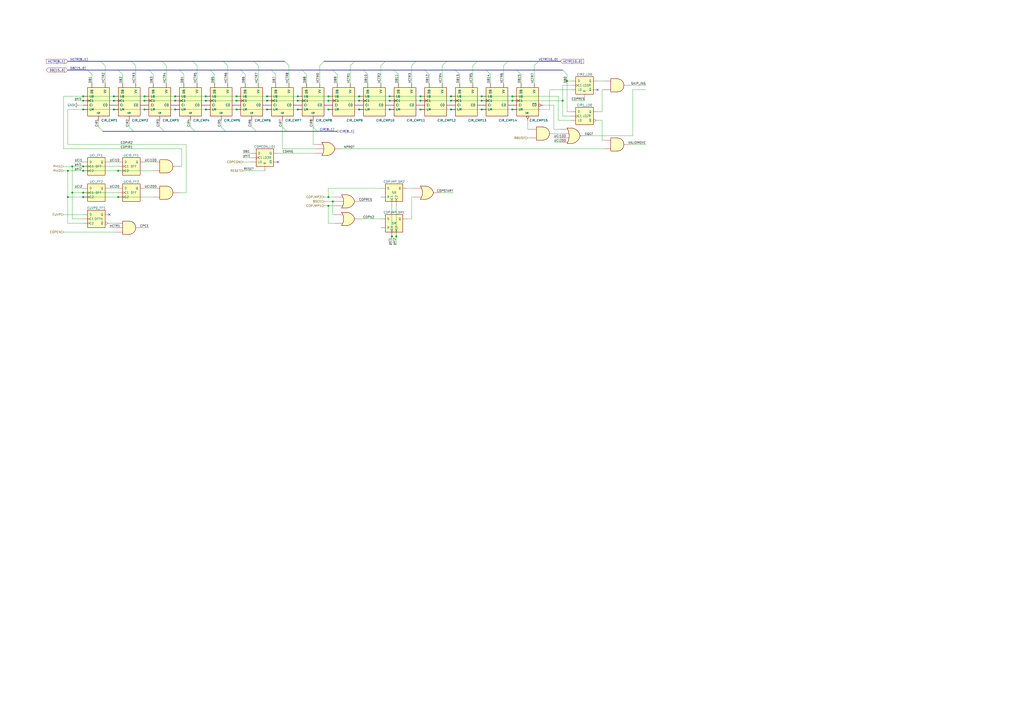
<source format=kicad_sch>
(kicad_sch (version 20211123) (generator eeschema)

  (uuid a040cec1-be79-487b-807e-2acd2ce99a5a)

  (paper "A2")

  (title_block
    (title "copper_dma")
    (date "2024-02-10")
    (rev "1")
    (company "Commodore")
    (comment 5 "bus: VCTR[10:0] HCTR[8:1] CIR[8:1] DB[15:0]")
  )

  (lib_symbols
    (symbol "NMOS:CMPQ" (pin_numbers hide) (pin_names (offset 1.016)) (in_bom yes) (on_board yes)
      (property "Reference" "CMP" (id 0) (at -8.89 7.62 0)
        (effects (font (size 1.27 1.27)))
      )
      (property "Value" "CMPQ" (id 1) (at 1.27 1.27 0)
        (effects (font (size 1.27 1.27)) hide)
      )
      (property "Footprint" "" (id 2) (at 0 0 0)
        (effects (font (size 1.27 1.27)) hide)
      )
      (property "Datasheet" "" (id 3) (at 0 0 0)
        (effects (font (size 1.27 1.27)) hide)
      )
      (property "ki_keywords" "NMOS DMACON" (id 4) (at 0 0 0)
        (effects (font (size 1.27 1.27)) hide)
      )
      (property "ki_description" "Dual D Flip-Flop, with Load and masked comparator" (id 5) (at 0 0 0)
        (effects (font (size 1.27 1.27)) hide)
      )
      (symbol "CMPQ_1_1"
        (rectangle (start -6.35 7.62) (end 6.35 -8.89)
          (stroke (width 0.254) (type default) (color 0 0 0 0))
          (fill (type background))
        )
        (pin input line (at -3.81 10.16 270) (length 2.54)
          (name "DB" (effects (font (size 1.27 1.27))))
          (number "1" (effects (font (size 1.27 1.27))))
        )
        (pin input line (at 3.81 10.16 270) (length 2.54)
          (name "VV" (effects (font (size 1.27 1.27))))
          (number "2" (effects (font (size 1.27 1.27))))
        )
        (pin input line (at -8.89 2.54 0) (length 2.54)
          (name "LQ" (effects (font (size 1.27 1.27))))
          (number "3" (effects (font (size 1.27 1.27))))
        )
        (pin input line (at -8.89 -5.08 0) (length 2.54)
          (name "LM" (effects (font (size 1.27 1.27))))
          (number "4" (effects (font (size 1.27 1.27))))
        )
        (pin input clock (at -8.89 0 0) (length 2.54)
          (name "C1" (effects (font (size 1.27 1.27))))
          (number "5" (effects (font (size 1.27 1.27))))
        )
        (pin input line (at -8.89 -2.54 0) (length 2.54)
          (name "CI" (effects (font (size 1.27 1.27))))
          (number "6" (effects (font (size 1.27 1.27))))
        )
        (pin output line (at 8.89 -2.54 180) (length 2.54)
          (name "CO" (effects (font (size 1.27 1.27))))
          (number "7" (effects (font (size 1.27 1.27))))
        )
        (pin output line (at 0 -11.43 90) (length 2.54)
          (name "Q" (effects (font (size 1.27 1.27))))
          (number "8" (effects (font (size 1.27 1.27))))
        )
      )
    )
    (symbol "NMOS:AND2" (pin_numbers hide) (pin_names (offset 1.016)) (in_bom yes) (on_board yes)
      (property "Reference" "AND_" (id 0) (at 0 0 0)
        (effects (font (size 1.27 1.27)) hide)
      )
      (property "Value" "AND2" (id 1) (at 0 -5.08 0)
        (effects (font (size 1.27 1.27)) hide)
      )
      (property "Footprint" "" (id 2) (at 0 0 0)
        (effects (font (size 1.27 1.27)) hide)
      )
      (property "Datasheet" "" (id 3) (at 0 0 0)
        (effects (font (size 1.27 1.27)) hide)
      )
      (property "ki_keywords" "NMOS AND2" (id 4) (at 0 0 0)
        (effects (font (size 1.27 1.27)) hide)
      )
      (property "ki_description" "2-input AND gate" (id 5) (at 0 0 0)
        (effects (font (size 1.27 1.27)) hide)
      )
      (symbol "AND2_1_1"
        (arc (start 0 -3.81) (mid 3.81 0) (end 0 3.81)
          (stroke (width 0.254) (type default) (color 0 0 0 0))
          (fill (type background))
        )
        (polyline
          (pts
            (xy 0 3.81)
            (xy -3.81 3.81)
            (xy -3.81 -3.81)
            (xy 0 -3.81)
          )
          (stroke (width 0.254) (type default) (color 0 0 0 0))
          (fill (type background))
        )
        (pin output line (at 7.62 0 180) (length 3.81)
          (name "~" (effects (font (size 1.27 1.27))))
          (number "1" (effects (font (size 1.27 1.27))))
        )
        (pin input line (at -7.62 2.54 0) (length 3.81)
          (name "~" (effects (font (size 1.27 1.27))))
          (number "2" (effects (font (size 1.27 1.27))))
        )
        (pin input line (at -7.62 -2.54 0) (length 3.81)
          (name "~" (effects (font (size 1.27 1.27))))
          (number "3" (effects (font (size 1.27 1.27))))
        )
      )
      (symbol "AND2_1_2"
        (arc (start -3.81 -3.81) (mid -2.589 0) (end -3.81 3.81)
          (stroke (width 0.254) (type default) (color 0 0 0 0))
          (fill (type none))
        )
        (arc (start -0.6096 -3.81) (mid 2.1855 -2.584) (end 3.81 0)
          (stroke (width 0.254) (type default) (color 0 0 0 0))
          (fill (type background))
        )
        (polyline
          (pts
            (xy -3.81 -3.81)
            (xy -0.635 -3.81)
          )
          (stroke (width 0.254) (type default) (color 0 0 0 0))
          (fill (type background))
        )
        (polyline
          (pts
            (xy -3.81 3.81)
            (xy -0.635 3.81)
          )
          (stroke (width 0.254) (type default) (color 0 0 0 0))
          (fill (type background))
        )
        (polyline
          (pts
            (xy -0.635 3.81)
            (xy -3.81 3.81)
            (xy -3.81 3.81)
            (xy -3.556 3.4036)
            (xy -3.0226 2.2606)
            (xy -2.6924 1.0414)
            (xy -2.6162 -0.254)
            (xy -2.7686 -1.4986)
            (xy -3.175 -2.7178)
            (xy -3.81 -3.81)
            (xy -3.81 -3.81)
            (xy -0.635 -3.81)
          )
          (stroke (width -25.4) (type default) (color 0 0 0 0))
          (fill (type background))
        )
        (arc (start 3.81 0) (mid 2.1928 2.5925) (end -0.6096 3.81)
          (stroke (width 0.254) (type default) (color 0 0 0 0))
          (fill (type background))
        )
      )
    )
    (symbol "NMOS:AND3" (pin_numbers hide) (pin_names (offset 1.016)) (in_bom yes) (on_board yes)
      (property "Reference" "AND_" (id 0) (at 0 0 0)
        (effects (font (size 1.27 1.27)) hide)
      )
      (property "Value" "AND3" (id 1) (at 0 -5.08 0)
        (effects (font (size 1.27 1.27)) hide)
      )
      (property "Footprint" "" (id 2) (at 0 0 0)
        (effects (font (size 1.27 1.27)) hide)
      )
      (property "Datasheet" "" (id 3) (at 0 0 0)
        (effects (font (size 1.27 1.27)) hide)
      )
      (property "ki_keywords" "NMOS AND3" (id 4) (at 0 0 0)
        (effects (font (size 1.27 1.27)) hide)
      )
      (property "ki_description" "3-input AND gate" (id 5) (at 0 0 0)
        (effects (font (size 1.27 1.27)) hide)
      )
      (symbol "AND3_1_1"
        (arc (start 0 -3.81) (mid 3.81 0) (end 0 3.81)
          (stroke (width 0.254) (type default) (color 0 0 0 0))
          (fill (type background))
        )
        (polyline
          (pts
            (xy 0 3.81)
            (xy -3.81 3.81)
            (xy -3.81 -3.81)
            (xy 0 -3.81)
          )
          (stroke (width 0.254) (type default) (color 0 0 0 0))
          (fill (type background))
        )
        (pin output line (at 7.62 0 180) (length 3.81)
          (name "~" (effects (font (size 1.27 1.27))))
          (number "1" (effects (font (size 1.27 1.27))))
        )
        (pin input line (at -7.62 2.54 0) (length 3.81)
          (name "~" (effects (font (size 1.27 1.27))))
          (number "2" (effects (font (size 1.27 1.27))))
        )
        (pin input line (at -7.62 0 0) (length 3.81)
          (name "~" (effects (font (size 1.27 1.27))))
          (number "3" (effects (font (size 1.27 1.27))))
        )
        (pin input line (at -7.62 -2.54 0) (length 3.81)
          (name "~" (effects (font (size 1.27 1.27))))
          (number "4" (effects (font (size 1.27 1.27))))
        )
      )
      (symbol "AND3_1_2"
        (arc (start -3.81 -3.81) (mid -2.589 0) (end -3.81 3.81)
          (stroke (width 0.254) (type default) (color 0 0 0 0))
          (fill (type none))
        )
        (arc (start -0.6096 -3.81) (mid 2.1855 -2.584) (end 3.81 0)
          (stroke (width 0.254) (type default) (color 0 0 0 0))
          (fill (type background))
        )
        (polyline
          (pts
            (xy -3.81 -3.81)
            (xy -0.635 -3.81)
          )
          (stroke (width 0.254) (type default) (color 0 0 0 0))
          (fill (type background))
        )
        (polyline
          (pts
            (xy -3.81 3.81)
            (xy -0.635 3.81)
          )
          (stroke (width 0.254) (type default) (color 0 0 0 0))
          (fill (type background))
        )
        (polyline
          (pts
            (xy -0.635 3.81)
            (xy -3.81 3.81)
            (xy -3.81 3.81)
            (xy -3.556 3.4036)
            (xy -3.0226 2.2606)
            (xy -2.6924 1.0414)
            (xy -2.6162 -0.254)
            (xy -2.7686 -1.4986)
            (xy -3.175 -2.7178)
            (xy -3.81 -3.81)
            (xy -3.81 -3.81)
            (xy -0.635 -3.81)
          )
          (stroke (width -25.4) (type default) (color 0 0 0 0))
          (fill (type background))
        )
        (arc (start 3.81 0) (mid 2.1928 2.5925) (end -0.6096 3.81)
          (stroke (width 0.254) (type default) (color 0 0 0 0))
          (fill (type background))
        )
      )
    )
    (symbol "NMOS:CMPC" (pin_numbers hide) (pin_names (offset 1.016)) (in_bom yes) (on_board yes)
      (property "Reference" "CMP" (id 0) (at -8.89 7.62 0)
        (effects (font (size 1.27 1.27)))
      )
      (property "Value" "CMPC" (id 1) (at 1.27 1.27 0)
        (effects (font (size 1.27 1.27)) hide)
      )
      (property "Footprint" "" (id 2) (at 0 0 0)
        (effects (font (size 1.27 1.27)) hide)
      )
      (property "Datasheet" "" (id 3) (at 0 0 0)
        (effects (font (size 1.27 1.27)) hide)
      )
      (property "ki_keywords" "NMOS DMACON" (id 4) (at 0 0 0)
        (effects (font (size 1.27 1.27)) hide)
      )
      (property "ki_description" "Dual D Flip-Flop, with Load and masked comparator" (id 5) (at 0 0 0)
        (effects (font (size 1.27 1.27)) hide)
      )
      (symbol "CMPC_1_1"
        (rectangle (start -6.35 7.62) (end 6.35 -8.89)
          (stroke (width 0.254) (type default) (color 0 0 0 0))
          (fill (type background))
        )
        (pin input line (at -3.81 10.16 270) (length 2.54)
          (name "DB" (effects (font (size 1.27 1.27))))
          (number "1" (effects (font (size 1.27 1.27))))
        )
        (pin input line (at 3.81 10.16 270) (length 2.54)
          (name "VV" (effects (font (size 1.27 1.27))))
          (number "2" (effects (font (size 1.27 1.27))))
        )
        (pin input line (at -8.89 2.54 0) (length 2.54)
          (name "LQ" (effects (font (size 1.27 1.27))))
          (number "3" (effects (font (size 1.27 1.27))))
        )
        (pin input line (at -8.89 -5.08 0) (length 2.54)
          (name "LM" (effects (font (size 1.27 1.27))))
          (number "4" (effects (font (size 1.27 1.27))))
        )
        (pin input clock (at -8.89 0 0) (length 2.54)
          (name "C1" (effects (font (size 1.27 1.27))))
          (number "5" (effects (font (size 1.27 1.27))))
        )
        (pin input line (at -8.89 -2.54 0) (length 2.54)
          (name "CI" (effects (font (size 1.27 1.27))))
          (number "6" (effects (font (size 1.27 1.27))))
        )
        (pin output line (at 8.89 -2.54 180) (length 2.54)
          (name "CO" (effects (font (size 1.27 1.27))))
          (number "7" (effects (font (size 1.27 1.27))))
        )
      )
    )
    (symbol "NMOS:CMPM" (pin_numbers hide) (pin_names (offset 1.016)) (in_bom yes) (on_board yes)
      (property "Reference" "CMP" (id 0) (at -8.89 7.62 0)
        (effects (font (size 1.27 1.27)))
      )
      (property "Value" "CMPM" (id 1) (at 1.27 1.27 0)
        (effects (font (size 1.27 1.27)) hide)
      )
      (property "Footprint" "" (id 2) (at 0 0 0)
        (effects (font (size 1.27 1.27)) hide)
      )
      (property "Datasheet" "" (id 3) (at 0 0 0)
        (effects (font (size 1.27 1.27)) hide)
      )
      (property "ki_keywords" "NMOS DMACON" (id 4) (at 0 0 0)
        (effects (font (size 1.27 1.27)) hide)
      )
      (property "ki_description" "Dual D Flip-Flop, with Load and masked comparator" (id 5) (at 0 0 0)
        (effects (font (size 1.27 1.27)) hide)
      )
      (symbol "CMPM_1_1"
        (rectangle (start -6.35 7.62) (end 6.35 -8.89)
          (stroke (width 0.254) (type default) (color 0 0 0 0))
          (fill (type background))
        )
        (pin input line (at -3.81 10.16 270) (length 2.54)
          (name "DB" (effects (font (size 1.27 1.27))))
          (number "1" (effects (font (size 1.27 1.27))))
        )
        (pin input line (at 3.81 10.16 270) (length 2.54)
          (name "VV" (effects (font (size 1.27 1.27))))
          (number "2" (effects (font (size 1.27 1.27))))
        )
        (pin input line (at -8.89 2.54 0) (length 2.54)
          (name "LQ" (effects (font (size 1.27 1.27))))
          (number "3" (effects (font (size 1.27 1.27))))
        )
        (pin input line (at -8.89 -5.08 0) (length 2.54)
          (name "LM" (effects (font (size 1.27 1.27))))
          (number "4" (effects (font (size 1.27 1.27))))
        )
        (pin input clock (at -8.89 0 0) (length 2.54)
          (name "C1" (effects (font (size 1.27 1.27))))
          (number "5" (effects (font (size 1.27 1.27))))
        )
        (pin input line (at -8.89 -2.54 0) (length 2.54)
          (name "CI" (effects (font (size 1.27 1.27))))
          (number "6" (effects (font (size 1.27 1.27))))
        )
        (pin output inverted (at 8.89 -2.54 180) (length 2.54)
          (name "~{CO}" (effects (font (size 1.27 1.27))))
          (number "7" (effects (font (size 1.27 1.27))))
        )
        (pin output inverted (at 0 -11.43 90) (length 2.54)
          (name "~{M}" (effects (font (size 1.27 1.27))))
          (number "8" (effects (font (size 1.27 1.27))))
        )
      )
    )
    (symbol "NMOS:DFF" (pin_numbers hide) (pin_names (offset 1.016)) (in_bom yes) (on_board yes)
      (property "Reference" "FF" (id 0) (at -7.62 6.35 0)
        (effects (font (size 1.27 1.27)))
      )
      (property "Value" "DFF" (id 1) (at 1.27 0 0)
        (effects (font (size 1.27 1.27)))
      )
      (property "Footprint" "" (id 2) (at 0 0 0)
        (effects (font (size 1.27 1.27)) hide)
      )
      (property "Datasheet" "" (id 3) (at 0 0 0)
        (effects (font (size 1.27 1.27)) hide)
      )
      (property "ki_keywords" "NMOS DFF" (id 4) (at 0 0 0)
        (effects (font (size 1.27 1.27)) hide)
      )
      (property "ki_description" "D Flip-Flop" (id 5) (at 0 0 0)
        (effects (font (size 1.27 1.27)) hide)
      )
      (symbol "DFF_1_1"
        (rectangle (start -5.08 5.08) (end 5.08 -5.08)
          (stroke (width 0.254) (type default) (color 0 0 0 0))
          (fill (type background))
        )
        (pin output line (at 7.62 2.54 180) (length 2.54)
          (name "Q" (effects (font (size 1.27 1.27))))
          (number "1" (effects (font (size 1.27 1.27))))
        )
        (pin input line (at -7.62 2.54 0) (length 2.54)
          (name "D" (effects (font (size 1.27 1.27))))
          (number "3" (effects (font (size 1.27 1.27))))
        )
        (pin input clock (at -7.62 0 0) (length 2.54)
          (name "C1" (effects (font (size 1.27 1.27))))
          (number "4" (effects (font (size 1.27 1.27))))
        )
        (pin input clock (at -7.62 -2.54 0) (length 2.54)
          (name "C2" (effects (font (size 1.27 1.27))))
          (number "5" (effects (font (size 1.27 1.27))))
        )
      )
    )
    (symbol "NMOS:DFFN" (pin_numbers hide) (pin_names (offset 1.016)) (in_bom yes) (on_board yes)
      (property "Reference" "FF" (id 0) (at -7.62 6.35 0)
        (effects (font (size 1.27 1.27)))
      )
      (property "Value" "DFFN" (id 1) (at 1.27 0 0)
        (effects (font (size 1.27 1.27)))
      )
      (property "Footprint" "" (id 2) (at 0 0 0)
        (effects (font (size 1.27 1.27)) hide)
      )
      (property "Datasheet" "" (id 3) (at 0 0 0)
        (effects (font (size 1.27 1.27)) hide)
      )
      (property "ki_keywords" "NMOS DFF" (id 4) (at 0 0 0)
        (effects (font (size 1.27 1.27)) hide)
      )
      (property "ki_description" "D Flip-Flop, inverted output" (id 5) (at 0 0 0)
        (effects (font (size 1.27 1.27)) hide)
      )
      (symbol "DFFN_1_1"
        (rectangle (start -5.08 5.08) (end 5.08 -5.08)
          (stroke (width 0.254) (type default) (color 0 0 0 0))
          (fill (type background))
        )
        (pin output line (at 7.62 2.54 180) (length 2.54)
          (name "Q" (effects (font (size 1.27 1.27))))
          (number "1" (effects (font (size 1.27 1.27))))
        )
        (pin output inverted (at 7.62 -2.54 180) (length 2.54)
          (name "~{Q}" (effects (font (size 1.27 1.27))))
          (number "2" (effects (font (size 1.27 1.27))))
        )
        (pin input line (at -7.62 2.54 0) (length 2.54)
          (name "D" (effects (font (size 1.27 1.27))))
          (number "3" (effects (font (size 1.27 1.27))))
        )
        (pin input clock (at -7.62 0 0) (length 2.54)
          (name "C1" (effects (font (size 1.27 1.27))))
          (number "4" (effects (font (size 1.27 1.27))))
        )
        (pin input clock (at -7.62 -2.54 0) (length 2.54)
          (name "C2" (effects (font (size 1.27 1.27))))
          (number "5" (effects (font (size 1.27 1.27))))
        )
      )
    )
    (symbol "NMOS:LD2R" (pin_numbers hide) (pin_names (offset 1.016)) (in_bom yes) (on_board yes)
      (property "Reference" "LD" (id 0) (at -7.62 7.62 0)
        (effects (font (size 1.27 1.27)))
      )
      (property "Value" "LD2R" (id 1) (at 1.27 0 0)
        (effects (font (size 1.27 1.27)))
      )
      (property "Footprint" "" (id 2) (at 0 0 0)
        (effects (font (size 1.27 1.27)) hide)
      )
      (property "Datasheet" "" (id 3) (at 0 0 0)
        (effects (font (size 1.27 1.27)) hide)
      )
      (property "ki_keywords" "NMOS DFF" (id 4) (at 0 0 0)
        (effects (font (size 1.27 1.27)) hide)
      )
      (property "ki_description" "D Flip-Flop, with load input (on phi2) & inverted output" (id 5) (at 0 0 0)
        (effects (font (size 1.27 1.27)) hide)
      )
      (symbol "LD2R_1_1"
        (rectangle (start -5.08 5.08) (end 5.08 -5.08)
          (stroke (width 0.254) (type default) (color 0 0 0 0))
          (fill (type background))
        )
        (pin output line (at 7.62 2.54 180) (length 2.54)
          (name "Q" (effects (font (size 1.27 1.27))))
          (number "1" (effects (font (size 1.27 1.27))))
        )
        (pin output inverted (at 7.62 -2.54 180) (length 2.54)
          (name "~{Q}" (effects (font (size 1.27 1.27))))
          (number "2" (effects (font (size 1.27 1.27))))
        )
        (pin input line (at -7.62 2.54 0) (length 2.54)
          (name "D" (effects (font (size 1.27 1.27))))
          (number "3" (effects (font (size 1.27 1.27))))
        )
        (pin input clock (at -7.62 0 0) (length 2.54)
          (name "C1" (effects (font (size 1.27 1.27))))
          (number "4" (effects (font (size 1.27 1.27))))
        )
        (pin input line (at -7.62 -2.54 0) (length 2.54)
          (name "LD" (effects (font (size 1.27 1.27))))
          (number "5" (effects (font (size 1.27 1.27))))
        )
      )
    )
    (symbol "NMOS:LD3R" (pin_numbers hide) (pin_names (offset 1.016)) (in_bom yes) (on_board yes)
      (property "Reference" "LD" (id 0) (at -7.62 6.35 0)
        (effects (font (size 1.27 1.27)))
      )
      (property "Value" "LD3R" (id 1) (at 1.27 0 0)
        (effects (font (size 1.27 1.27)))
      )
      (property "Footprint" "" (id 2) (at 0 0 0)
        (effects (font (size 1.27 1.27)) hide)
      )
      (property "Datasheet" "" (id 3) (at 0 0 0)
        (effects (font (size 1.27 1.27)) hide)
      )
      (property "ki_keywords" "NMOS DFF" (id 4) (at 0 0 0)
        (effects (font (size 1.27 1.27)) hide)
      )
      (property "ki_description" "D Flip-Flop, with load input (on phi2) & inverted output & reset" (id 5) (at 0 0 0)
        (effects (font (size 1.27 1.27)) hide)
      )
      (symbol "LD3R_1_1"
        (rectangle (start -5.08 5.08) (end 5.08 -5.08)
          (stroke (width 0.254) (type default) (color 0 0 0 0))
          (fill (type background))
        )
        (pin output line (at 7.62 2.54 180) (length 2.54)
          (name "Q" (effects (font (size 1.27 1.27))))
          (number "1" (effects (font (size 1.27 1.27))))
        )
        (pin output line (at 7.62 -2.54 180) (length 2.54)
          (name "~{Q}" (effects (font (size 1.27 1.27))))
          (number "2" (effects (font (size 1.27 1.27))))
        )
        (pin input line (at -7.62 2.54 0) (length 2.54)
          (name "D" (effects (font (size 1.27 1.27))))
          (number "3" (effects (font (size 1.27 1.27))))
        )
        (pin input clock (at -7.62 0 0) (length 2.54)
          (name "C1" (effects (font (size 1.27 1.27))))
          (number "4" (effects (font (size 1.27 1.27))))
        )
        (pin input line (at -7.62 -2.54 0) (length 2.54)
          (name "LD" (effects (font (size 1.27 1.27))))
          (number "5" (effects (font (size 1.27 1.27))))
        )
        (pin input line (at 0 -7.62 90) (length 2.54)
          (name "R" (effects (font (size 1.27 1.27))))
          (number "6" (effects (font (size 1.27 1.27))))
        )
      )
    )
    (symbol "NMOS:OR2" (pin_numbers hide) (pin_names (offset 1.016)) (in_bom yes) (on_board yes)
      (property "Reference" "OR_" (id 0) (at 0 0 0)
        (effects (font (size 1.27 1.27)) hide)
      )
      (property "Value" "OR2" (id 1) (at 0 -5.08 0)
        (effects (font (size 1.27 1.27)) hide)
      )
      (property "Footprint" "" (id 2) (at 0 0 0)
        (effects (font (size 1.27 1.27)) hide)
      )
      (property "Datasheet" "" (id 3) (at 0 0 0)
        (effects (font (size 1.27 1.27)) hide)
      )
      (property "ki_keywords" "NMOS OR2" (id 4) (at 0 0 0)
        (effects (font (size 1.27 1.27)) hide)
      )
      (property "ki_description" "2-input OR gate" (id 5) (at 0 0 0)
        (effects (font (size 1.27 1.27)) hide)
      )
      (symbol "OR2_1_1"
        (arc (start -3.81 -3.81) (mid -2.589 0) (end -3.81 3.81)
          (stroke (width 0.254) (type default) (color 0 0 0 0))
          (fill (type none))
        )
        (arc (start -0.6096 -3.81) (mid 2.1855 -2.584) (end 3.81 0)
          (stroke (width 0.254) (type default) (color 0 0 0 0))
          (fill (type background))
        )
        (polyline
          (pts
            (xy -3.81 -3.81)
            (xy -0.635 -3.81)
          )
          (stroke (width 0.254) (type default) (color 0 0 0 0))
          (fill (type background))
        )
        (polyline
          (pts
            (xy -3.81 3.81)
            (xy -0.635 3.81)
          )
          (stroke (width 0.254) (type default) (color 0 0 0 0))
          (fill (type background))
        )
        (polyline
          (pts
            (xy -0.635 3.81)
            (xy -3.81 3.81)
            (xy -3.81 3.81)
            (xy -3.556 3.4036)
            (xy -3.0226 2.2606)
            (xy -2.6924 1.0414)
            (xy -2.6162 -0.254)
            (xy -2.7686 -1.4986)
            (xy -3.175 -2.7178)
            (xy -3.81 -3.81)
            (xy -3.81 -3.81)
            (xy -0.635 -3.81)
          )
          (stroke (width -25.4) (type default) (color 0 0 0 0))
          (fill (type background))
        )
        (arc (start 3.81 0) (mid 2.1928 2.5925) (end -0.6096 3.81)
          (stroke (width 0.254) (type default) (color 0 0 0 0))
          (fill (type background))
        )
        (pin output line (at 7.62 0 180) (length 3.81)
          (name "~" (effects (font (size 1.27 1.27))))
          (number "1" (effects (font (size 1.27 1.27))))
        )
        (pin input line (at -7.62 2.54 0) (length 4.318)
          (name "~" (effects (font (size 1.27 1.27))))
          (number "2" (effects (font (size 1.27 1.27))))
        )
        (pin input line (at -7.62 -2.54 0) (length 4.318)
          (name "~" (effects (font (size 1.27 1.27))))
          (number "3" (effects (font (size 1.27 1.27))))
        )
      )
      (symbol "OR2_1_2"
        (arc (start 0 -3.81) (mid 3.81 0) (end 0 3.81)
          (stroke (width 0.254) (type default) (color 0 0 0 0))
          (fill (type background))
        )
        (polyline
          (pts
            (xy 0 3.81)
            (xy -3.81 3.81)
            (xy -3.81 -3.81)
            (xy 0 -3.81)
          )
          (stroke (width 0.254) (type default) (color 0 0 0 0))
          (fill (type background))
        )
      )
    )
    (symbol "NMOS:OR3" (pin_numbers hide) (pin_names (offset 1.016)) (in_bom yes) (on_board yes)
      (property "Reference" "OR_" (id 0) (at 0 0 0)
        (effects (font (size 1.27 1.27)) hide)
      )
      (property "Value" "OR3" (id 1) (at 0 -5.08 0)
        (effects (font (size 1.27 1.27)) hide)
      )
      (property "Footprint" "" (id 2) (at 0 0 0)
        (effects (font (size 1.27 1.27)) hide)
      )
      (property "Datasheet" "" (id 3) (at 0 0 0)
        (effects (font (size 1.27 1.27)) hide)
      )
      (property "ki_keywords" "NMOS OR3" (id 4) (at 0 0 0)
        (effects (font (size 1.27 1.27)) hide)
      )
      (property "ki_description" "3-input OR gate" (id 5) (at 0 0 0)
        (effects (font (size 1.27 1.27)) hide)
      )
      (symbol "OR3_1_1"
        (arc (start -3.81 -3.81) (mid -2.589 0) (end -3.81 3.81)
          (stroke (width 0.254) (type default) (color 0 0 0 0))
          (fill (type none))
        )
        (arc (start -0.6096 -3.81) (mid 2.1855 -2.584) (end 3.81 0)
          (stroke (width 0.254) (type default) (color 0 0 0 0))
          (fill (type background))
        )
        (polyline
          (pts
            (xy -3.81 -3.81)
            (xy -0.635 -3.81)
          )
          (stroke (width 0.254) (type default) (color 0 0 0 0))
          (fill (type background))
        )
        (polyline
          (pts
            (xy -3.81 3.81)
            (xy -0.635 3.81)
          )
          (stroke (width 0.254) (type default) (color 0 0 0 0))
          (fill (type background))
        )
        (polyline
          (pts
            (xy -0.635 3.81)
            (xy -3.81 3.81)
            (xy -3.81 3.81)
            (xy -3.556 3.4036)
            (xy -3.0226 2.2606)
            (xy -2.6924 1.0414)
            (xy -2.6162 -0.254)
            (xy -2.7686 -1.4986)
            (xy -3.175 -2.7178)
            (xy -3.81 -3.81)
            (xy -3.81 -3.81)
            (xy -0.635 -3.81)
          )
          (stroke (width -25.4) (type default) (color 0 0 0 0))
          (fill (type background))
        )
        (arc (start 3.81 0) (mid 2.1928 2.5925) (end -0.6096 3.81)
          (stroke (width 0.254) (type default) (color 0 0 0 0))
          (fill (type background))
        )
        (pin output line (at 7.62 0 180) (length 3.81)
          (name "~" (effects (font (size 1.27 1.27))))
          (number "1" (effects (font (size 1.27 1.27))))
        )
        (pin input line (at -7.62 2.54 0) (length 4.318)
          (name "~" (effects (font (size 1.27 1.27))))
          (number "2" (effects (font (size 1.27 1.27))))
        )
        (pin input line (at -7.62 0 0) (length 4.953)
          (name "~" (effects (font (size 1.27 1.27))))
          (number "3" (effects (font (size 1.27 1.27))))
        )
        (pin input line (at -7.62 -2.54 0) (length 4.318)
          (name "~" (effects (font (size 1.27 1.27))))
          (number "4" (effects (font (size 1.27 1.27))))
        )
      )
      (symbol "OR3_1_2"
        (arc (start 0 -3.81) (mid 3.81 0) (end 0 3.81)
          (stroke (width 0.254) (type default) (color 0 0 0 0))
          (fill (type background))
        )
        (polyline
          (pts
            (xy 0 3.81)
            (xy -3.81 3.81)
            (xy -3.81 -3.81)
            (xy 0 -3.81)
          )
          (stroke (width 0.254) (type default) (color 0 0 0 0))
          (fill (type background))
        )
      )
    )
    (symbol "NMOS:OR4" (pin_numbers hide) (pin_names (offset 1.016)) (in_bom yes) (on_board yes)
      (property "Reference" "OR_" (id 0) (at 0 0 0)
        (effects (font (size 1.27 1.27)) hide)
      )
      (property "Value" "OR4" (id 1) (at 0 -6.35 0)
        (effects (font (size 1.27 1.27)) hide)
      )
      (property "Footprint" "" (id 2) (at 0 0 0)
        (effects (font (size 1.27 1.27)) hide)
      )
      (property "Datasheet" "" (id 3) (at 0 0 0)
        (effects (font (size 1.27 1.27)) hide)
      )
      (property "ki_keywords" "NMOS OR4" (id 4) (at 0 0 0)
        (effects (font (size 1.27 1.27)) hide)
      )
      (property "ki_description" "4-input OR gate" (id 5) (at 0 0 0)
        (effects (font (size 1.27 1.27)) hide)
      )
      (symbol "OR4_1_1"
        (arc (start -3.81 -4.445) (mid -2.5908 0) (end -3.81 4.445)
          (stroke (width 0.254) (type default) (color 0 0 0 0))
          (fill (type none))
        )
        (arc (start -0.6096 -4.445) (mid 2.224 -2.8428) (end 3.81 0)
          (stroke (width 0.254) (type default) (color 0 0 0 0))
          (fill (type background))
        )
        (polyline
          (pts
            (xy -3.81 -4.445)
            (xy -0.635 -4.445)
          )
          (stroke (width 0.254) (type default) (color 0 0 0 0))
          (fill (type background))
        )
        (polyline
          (pts
            (xy -3.81 4.445)
            (xy -0.635 4.445)
          )
          (stroke (width 0.254) (type default) (color 0 0 0 0))
          (fill (type background))
        )
        (polyline
          (pts
            (xy -0.635 4.445)
            (xy -3.81 4.445)
            (xy -3.81 4.445)
            (xy -3.6322 4.0894)
            (xy -3.0988 2.921)
            (xy -2.7686 1.6764)
            (xy -2.6162 0.4318)
            (xy -2.6416 -0.8636)
            (xy -2.8702 -2.1082)
            (xy -3.2512 -3.3274)
            (xy -3.81 -4.445)
            (xy -3.81 -4.445)
            (xy -0.635 -4.445)
          )
          (stroke (width -25.4) (type default) (color 0 0 0 0))
          (fill (type background))
        )
        (arc (start 3.81 0) (mid 2.2198 2.8386) (end -0.6096 4.445)
          (stroke (width 0.254) (type default) (color 0 0 0 0))
          (fill (type background))
        )
        (pin output line (at 7.62 0 180) (length 3.81)
          (name "~" (effects (font (size 1.27 1.27))))
          (number "1" (effects (font (size 1.27 1.27))))
        )
        (pin input line (at -7.62 3.81 0) (length 3.81)
          (name "~" (effects (font (size 1.27 1.27))))
          (number "2" (effects (font (size 1.27 1.27))))
        )
        (pin input line (at -7.62 1.27 0) (length 4.826)
          (name "~" (effects (font (size 1.27 1.27))))
          (number "3" (effects (font (size 1.27 1.27))))
        )
        (pin input line (at -7.62 -1.27 0) (length 4.826)
          (name "~" (effects (font (size 1.27 1.27))))
          (number "4" (effects (font (size 1.27 1.27))))
        )
        (pin input line (at -7.62 -3.81 0) (length 3.81)
          (name "~" (effects (font (size 1.27 1.27))))
          (number "5" (effects (font (size 1.27 1.27))))
        )
      )
      (symbol "OR4_1_2"
        (arc (start -0.635 -4.445) (mid 3.81 0) (end -0.635 4.445)
          (stroke (width 0.254) (type default) (color 0 0 0 0))
          (fill (type background))
        )
        (polyline
          (pts
            (xy -0.635 4.445)
            (xy -3.81 4.445)
            (xy -3.81 -4.445)
            (xy -0.635 -4.445)
          )
          (stroke (width 0.254) (type default) (color 0 0 0 0))
          (fill (type background))
        )
      )
    )
    (symbol "NMOS:SR" (pin_numbers hide) (pin_names (offset 1.016)) (in_bom yes) (on_board yes)
      (property "Reference" "SR" (id 0) (at -8.89 6.35 0)
        (effects (font (size 1.27 1.27)))
      )
      (property "Value" "SR" (id 1) (at 0 0 0)
        (effects (font (size 1.27 1.27)))
      )
      (property "Footprint" "" (id 2) (at 0 0 0)
        (effects (font (size 1.27 1.27)) hide)
      )
      (property "Datasheet" "" (id 3) (at 0 0 0)
        (effects (font (size 1.27 1.27)) hide)
      )
      (property "ki_keywords" "NMOS SR" (id 4) (at 0 0 0)
        (effects (font (size 1.27 1.27)) hide)
      )
      (property "ki_description" "S/R Flip-Flop" (id 5) (at 0 0 0)
        (effects (font (size 1.27 1.27)) hide)
      )
      (symbol "SR_1_1"
        (rectangle (start -5.08 5.08) (end 5.08 -5.08)
          (stroke (width 0.254) (type default) (color 0 0 0 0))
          (fill (type background))
        )
        (pin output line (at 7.62 2.54 180) (length 2.54)
          (name "Q" (effects (font (size 1.27 1.27))))
          (number "1" (effects (font (size 1.27 1.27))))
        )
        (pin input clock (at -1.27 -7.62 90) (length 2.54)
          (name "C1" (effects (font (size 1.27 1.27))))
          (number "4" (effects (font (size 1.27 1.27))))
        )
        (pin input clock (at 1.27 -7.62 90) (length 2.54)
          (name "C2" (effects (font (size 1.27 1.27))))
          (number "5" (effects (font (size 1.27 1.27))))
        )
        (pin input line (at -7.62 -2.54 0) (length 2.54)
          (name "R" (effects (font (size 1.27 1.27))))
          (number "6" (effects (font (size 1.27 1.27))))
        )
        (pin input line (at -7.62 2.54 0) (length 2.54)
          (name "S" (effects (font (size 1.27 1.27))))
          (number "7" (effects (font (size 1.27 1.27))))
        )
      )
    )
    (symbol "power:GND" (power) (pin_names (offset 0)) (in_bom yes) (on_board yes)
      (property "Reference" "#PWR" (id 0) (at 0 -6.35 0)
        (effects (font (size 1.27 1.27)) hide)
      )
      (property "Value" "GND" (id 1) (at 0 -3.81 0)
        (effects (font (size 1.27 1.27)))
      )
      (property "Footprint" "" (id 2) (at 0 0 0)
        (effects (font (size 1.27 1.27)) hide)
      )
      (property "Datasheet" "" (id 3) (at 0 0 0)
        (effects (font (size 1.27 1.27)) hide)
      )
      (property "ki_keywords" "power-flag" (id 4) (at 0 0 0)
        (effects (font (size 1.27 1.27)) hide)
      )
      (property "ki_description" "Power symbol creates a global label with name \"GND\" , ground" (id 5) (at 0 0 0)
        (effects (font (size 1.27 1.27)) hide)
      )
      (symbol "GND_0_1"
        (polyline
          (pts
            (xy 0 0)
            (xy 0 -1.27)
            (xy 1.27 -1.27)
            (xy 0 -2.54)
            (xy -1.27 -1.27)
            (xy 0 -1.27)
          )
          (stroke (width 0) (type default) (color 0 0 0 0))
          (fill (type none))
        )
      )
      (symbol "GND_1_1"
        (pin power_in line (at 0 0 270) (length 0) hide
          (name "GND" (effects (font (size 1.27 1.27))))
          (number "1" (effects (font (size 1.27 1.27))))
        )
      )
    )
  )

  (junction (at 328.93 46.99) (diameter 0) (color 0 0 0 0)
    (uuid 00aa0af0-6b72-41f7-bf18-3a61aaf9a92a)
  )
  (junction (at 137.16 63.5) (diameter 0) (color 0 0 0 0)
    (uuid 059bd927-d75b-4a89-a80c-d95783bfc21a)
  )
  (junction (at 83.82 63.5) (diameter 0) (color 0 0 0 0)
    (uuid 062924b6-aa26-4088-8748-d3e3da53c565)
  )
  (junction (at 83.82 58.42) (diameter 0) (color 0 0 0 0)
    (uuid 083859f5-d921-485f-9d6c-e6d854cf9ded)
  )
  (junction (at 297.18 63.5) (diameter 0) (color 0 0 0 0)
    (uuid 0c29f459-b5b8-4756-af91-4409435436ed)
  )
  (junction (at 101.6 58.42) (diameter 0) (color 0 0 0 0)
    (uuid 11047088-463f-4fe4-ac0b-5f24e2c8f5f8)
  )
  (junction (at 66.04 58.42) (diameter 0) (color 0 0 0 0)
    (uuid 165dfbf0-308f-42b5-9a07-ef1002b100f3)
  )
  (junction (at 243.84 63.5) (diameter 0) (color 0 0 0 0)
    (uuid 186a5966-f724-4841-8c43-3631b6400855)
  )
  (junction (at 208.28 55.88) (diameter 0) (color 0 0 0 0)
    (uuid 19e78b06-05a4-4687-914d-bedbc25821c4)
  )
  (junction (at 297.18 58.42) (diameter 0) (color 0 0 0 0)
    (uuid 1a6ff48b-1919-407f-89d3-32a4a132a836)
  )
  (junction (at 41.91 111.76) (diameter 0) (color 0 0 0 0)
    (uuid 1c3ee010-1f6b-4fe8-9f32-180ccf13901d)
  )
  (junction (at 172.72 55.88) (diameter 0) (color 0 0 0 0)
    (uuid 21d9e940-0254-47d6-988c-ac3663fe0c87)
  )
  (junction (at 193.04 116.84) (diameter 0) (color 0 0 0 0)
    (uuid 290242f7-cafe-4289-a283-db82a039834e)
  )
  (junction (at 119.38 58.42) (diameter 0) (color 0 0 0 0)
    (uuid 3424e183-62b5-4067-9f60-7c46b6ca124a)
  )
  (junction (at 279.4 63.5) (diameter 0) (color 0 0 0 0)
    (uuid 3bf7fc93-f737-4540-8e95-7ddaf9686657)
  )
  (junction (at 208.28 63.5) (diameter 0) (color 0 0 0 0)
    (uuid 4238e413-ab1e-44de-ae19-eff70249f147)
  )
  (junction (at 39.37 114.3) (diameter 0) (color 0 0 0 0)
    (uuid 44b54a02-fe00-4eaf-8f0d-9bc1564d306d)
  )
  (junction (at 48.26 58.42) (diameter 0) (color 0 0 0 0)
    (uuid 4c60f9b1-2a78-4b7e-aa9a-5e65b2609182)
  )
  (junction (at 48.26 63.5) (diameter 0) (color 0 0 0 0)
    (uuid 4dd94226-07ba-4cd3-aff7-4d8dfcedcc49)
  )
  (junction (at 172.72 58.42) (diameter 0) (color 0 0 0 0)
    (uuid 5b823299-aa12-4d54-ab3c-113660ce2473)
  )
  (junction (at 208.28 58.42) (diameter 0) (color 0 0 0 0)
    (uuid 5e25ff7a-8ebc-417e-aaba-54de889407c7)
  )
  (junction (at 190.5 55.88) (diameter 0) (color 0 0 0 0)
    (uuid 5ff35bc0-8f83-4add-8296-833a2b8788bc)
  )
  (junction (at 190.5 114.3) (diameter 0) (color 0 0 0 0)
    (uuid 6ac91459-1025-43ab-a0fb-6730e0865354)
  )
  (junction (at 137.16 55.88) (diameter 0) (color 0 0 0 0)
    (uuid 6e9b8555-5aa8-4b33-9c29-567de1c78f8c)
  )
  (junction (at 229.87 137.16) (diameter 0) (color 0 0 0 0)
    (uuid 7263a9e8-c924-473e-a53f-4b394da68d2d)
  )
  (junction (at 66.04 55.88) (diameter 0) (color 0 0 0 0)
    (uuid 76846f94-a85d-486a-934c-ee105888af23)
  )
  (junction (at 39.37 99.06) (diameter 0) (color 0 0 0 0)
    (uuid 798ac510-45f3-485a-9f1a-80ae84a33d5e)
  )
  (junction (at 172.72 63.5) (diameter 0) (color 0 0 0 0)
    (uuid 7c3d3294-dc3d-47d3-9761-058de406380e)
  )
  (junction (at 154.94 55.88) (diameter 0) (color 0 0 0 0)
    (uuid 805ce0b2-8e19-45e2-969c-4e036abd49f4)
  )
  (junction (at 83.82 55.88) (diameter 0) (color 0 0 0 0)
    (uuid 872177f1-5a32-4341-9bad-6f8099433cd6)
  )
  (junction (at 48.26 99.06) (diameter 0) (color 0 0 0 0)
    (uuid 8aa45cbf-5826-4465-8bf1-211242cf5683)
  )
  (junction (at 48.26 96.52) (diameter 0) (color 0 0 0 0)
    (uuid 8c388b5b-a045-4369-92c1-de898f0b5e31)
  )
  (junction (at 48.26 111.76) (diameter 0) (color 0 0 0 0)
    (uuid 8c3c9222-de50-4bc4-9172-609343340094)
  )
  (junction (at 326.39 58.42) (diameter 0) (color 0 0 0 0)
    (uuid 91d3c7ae-4314-4f27-ba7b-4f2bb454b4bb)
  )
  (junction (at 226.06 63.5) (diameter 0) (color 0 0 0 0)
    (uuid 978418cb-f930-45f3-927e-1101e45f317f)
  )
  (junction (at 226.06 55.88) (diameter 0) (color 0 0 0 0)
    (uuid 9a4eaf35-81d6-4698-a9b8-0e739f991c4e)
  )
  (junction (at 261.62 55.88) (diameter 0) (color 0 0 0 0)
    (uuid a0734282-38ac-45a9-a5c8-cdab181b1870)
  )
  (junction (at 101.6 63.5) (diameter 0) (color 0 0 0 0)
    (uuid a2920ea1-e9f2-4505-adbe-05e32594612c)
  )
  (junction (at 243.84 58.42) (diameter 0) (color 0 0 0 0)
    (uuid a9b1c9a4-ef8a-4fc4-8b29-1f6b96173bb3)
  )
  (junction (at 154.94 63.5) (diameter 0) (color 0 0 0 0)
    (uuid aaa95e15-0b06-4702-89ed-1ab3fe1f75ad)
  )
  (junction (at 48.26 55.88) (diameter 0) (color 0 0 0 0)
    (uuid acad6f3d-9c20-4621-8003-eb2baa276f2e)
  )
  (junction (at 297.18 55.88) (diameter 0) (color 0 0 0 0)
    (uuid ad737d65-e07f-45fb-81ea-4bf38155d6e8)
  )
  (junction (at 101.6 55.88) (diameter 0) (color 0 0 0 0)
    (uuid b85fecb9-1768-4ea8-b359-d366ea937586)
  )
  (junction (at 48.26 114.3) (diameter 0) (color 0 0 0 0)
    (uuid b979ad23-e46c-4464-a80f-be4da2a33b8c)
  )
  (junction (at 243.84 55.88) (diameter 0) (color 0 0 0 0)
    (uuid b9a85a02-d318-4948-8c54-4c2266fed3a2)
  )
  (junction (at 154.94 58.42) (diameter 0) (color 0 0 0 0)
    (uuid babad7ff-6d96-41c1-bd0f-be2467c11c6a)
  )
  (junction (at 190.5 63.5) (diameter 0) (color 0 0 0 0)
    (uuid bbc13893-3d6c-4110-a6f7-719ed76cb0ed)
  )
  (junction (at 41.91 96.52) (diameter 0) (color 0 0 0 0)
    (uuid bc243b31-2635-443c-a78e-4933c2a88fac)
  )
  (junction (at 190.5 58.42) (diameter 0) (color 0 0 0 0)
    (uuid bd6a0465-c960-44bd-a0a4-ba4ed973f81d)
  )
  (junction (at 261.62 58.42) (diameter 0) (color 0 0 0 0)
    (uuid c546b3b5-afd4-4028-9573-3d579c3a4bf7)
  )
  (junction (at 190.5 119.38) (diameter 0) (color 0 0 0 0)
    (uuid cbe7271e-8165-4ef7-8421-ec235c9db3ec)
  )
  (junction (at 137.16 58.42) (diameter 0) (color 0 0 0 0)
    (uuid d132b374-97b9-4ff1-a47b-3c8b596a4e2e)
  )
  (junction (at 119.38 63.5) (diameter 0) (color 0 0 0 0)
    (uuid d487d47f-5c74-449b-93e3-37b2167bfaf1)
  )
  (junction (at 279.4 55.88) (diameter 0) (color 0 0 0 0)
    (uuid d9fe32f0-0490-4967-989a-db0b4ff8c05d)
  )
  (junction (at 279.4 58.42) (diameter 0) (color 0 0 0 0)
    (uuid dc77a28d-cfeb-4c8d-8889-420f33a30e21)
  )
  (junction (at 227.33 137.16) (diameter 0) (color 0 0 0 0)
    (uuid e1cfb56f-65a9-4a60-862f-25b1964a7e01)
  )
  (junction (at 226.06 58.42) (diameter 0) (color 0 0 0 0)
    (uuid e943e74f-d3b3-4d79-9c35-c87d3bf59a95)
  )
  (junction (at 68.58 99.06) (diameter 0) (color 0 0 0 0)
    (uuid ec6003f7-3d52-467b-a8b8-41386c92fa45)
  )
  (junction (at 119.38 55.88) (diameter 0) (color 0 0 0 0)
    (uuid ef47982d-684e-40cc-82da-12f99ad45d2c)
  )
  (junction (at 66.04 63.5) (diameter 0) (color 0 0 0 0)
    (uuid f2833abe-a08c-41cc-b8bd-5be90b33621e)
  )
  (junction (at 68.58 114.3) (diameter 0) (color 0 0 0 0)
    (uuid f385d578-7009-48d6-8c72-091c75a1947e)
  )
  (junction (at 261.62 63.5) (diameter 0) (color 0 0 0 0)
    (uuid fb936c51-368a-49ab-bdef-bdfb66baf569)
  )

  (no_connect (at 63.5 124.46) (uuid 28ca0454-8c8e-4fa0-9935-c5b2c23c4d42))
  (no_connect (at 161.29 93.98) (uuid 8067bc22-d221-459f-beee-668fb70d6f08))
  (no_connect (at 346.71 52.07) (uuid aba9ba12-c440-446e-9a5e-f4d461387c0c))

  (bus_entry (at 228.6 40.64) (size 2.54 2.54)
    (stroke (width 0) (type default) (color 0 0 0 0))
    (uuid 013b72c5-c939-4098-9cd9-c892a2c7354f)
  )
  (bus_entry (at 184.15 76.2) (size -2.54 -2.54)
    (stroke (width 0) (type default) (color 0 0 0 0))
    (uuid 0d012ac8-5d78-462a-a142-97a81c8c2be3)
  )
  (bus_entry (at 113.03 76.2) (size -2.54 -2.54)
    (stroke (width 0) (type default) (color 0 0 0 0))
    (uuid 0d012ac8-5d78-462a-a142-97a81c8c2be4)
  )
  (bus_entry (at 130.81 76.2) (size -2.54 -2.54)
    (stroke (width 0) (type default) (color 0 0 0 0))
    (uuid 0d012ac8-5d78-462a-a142-97a81c8c2be5)
  )
  (bus_entry (at 166.37 76.2) (size -2.54 -2.54)
    (stroke (width 0) (type default) (color 0 0 0 0))
    (uuid 0d012ac8-5d78-462a-a142-97a81c8c2be6)
  )
  (bus_entry (at 59.69 76.2) (size -2.54 -2.54)
    (stroke (width 0) (type default) (color 0 0 0 0))
    (uuid 0d012ac8-5d78-462a-a142-97a81c8c2be7)
  )
  (bus_entry (at 77.47 76.2) (size -2.54 -2.54)
    (stroke (width 0) (type default) (color 0 0 0 0))
    (uuid 0d012ac8-5d78-462a-a142-97a81c8c2be8)
  )
  (bus_entry (at 95.25 76.2) (size -2.54 -2.54)
    (stroke (width 0) (type default) (color 0 0 0 0))
    (uuid 0d012ac8-5d78-462a-a142-97a81c8c2be9)
  )
  (bus_entry (at 148.59 76.2) (size -2.54 -2.54)
    (stroke (width 0) (type default) (color 0 0 0 0))
    (uuid 0d012ac8-5d78-462a-a142-97a81c8c2bea)
  )
  (bus_entry (at 299.72 40.64) (size 2.54 2.54)
    (stroke (width 0) (type default) (color 0 0 0 0))
    (uuid 1c12c5dd-d232-4147-964e-fbf1570ecc2e)
  )
  (bus_entry (at 241.3 35.56) (size -2.54 2.54)
    (stroke (width 0) (type default) (color 0 0 0 0))
    (uuid 247023b1-c610-48ea-8140-742969adc41b)
  )
  (bus_entry (at 50.8 40.64) (size 2.54 2.54)
    (stroke (width 0) (type default) (color 0 0 0 0))
    (uuid 281cdc01-218e-4209-9b57-73dc99b43c78)
  )
  (bus_entry (at 259.08 35.56) (size -2.54 2.54)
    (stroke (width 0) (type default) (color 0 0 0 0))
    (uuid 3098524c-6595-4c23-93e9-c037230f63d7)
  )
  (bus_entry (at 76.2 35.56) (size 2.54 2.54)
    (stroke (width 0) (type default) (color 0 0 0 0))
    (uuid 34eca420-b98e-4114-87b5-88819c539e4a)
  )
  (bus_entry (at 264.16 40.64) (size 2.54 2.54)
    (stroke (width 0) (type default) (color 0 0 0 0))
    (uuid 3d7999b5-bba1-441f-aa31-fcf258e81ed0)
  )
  (bus_entry (at 326.39 40.64) (size 2.54 2.54)
    (stroke (width 0) (type default) (color 0 0 0 0))
    (uuid 43089c2a-9c15-4bd1-9bf2-e246c7ca71cd)
  )
  (bus_entry (at 86.36 40.64) (size 2.54 2.54)
    (stroke (width 0) (type default) (color 0 0 0 0))
    (uuid 498590db-370e-4696-8986-3505db826f8f)
  )
  (bus_entry (at 104.14 40.64) (size 2.54 2.54)
    (stroke (width 0) (type default) (color 0 0 0 0))
    (uuid 5f1e502e-8d8a-4463-906d-e599bf592725)
  )
  (bus_entry (at 246.38 40.64) (size 2.54 2.54)
    (stroke (width 0) (type default) (color 0 0 0 0))
    (uuid 7a41baa4-b2be-4275-a776-20b20cacd90d)
  )
  (bus_entry (at 276.86 35.56) (size -2.54 2.54)
    (stroke (width 0) (type default) (color 0 0 0 0))
    (uuid 7caf85e4-9717-4bbc-8810-672040edce75)
  )
  (bus_entry (at 93.98 35.56) (size 2.54 2.54)
    (stroke (width 0) (type default) (color 0 0 0 0))
    (uuid 7ff469a5-1582-4e25-9541-f30f221aa919)
  )
  (bus_entry (at 58.42 35.56) (size 2.54 2.54)
    (stroke (width 0) (type default) (color 0 0 0 0))
    (uuid 8ea2fd73-516f-417b-b939-583fee3441b0)
  )
  (bus_entry (at 68.58 40.64) (size 2.54 2.54)
    (stroke (width 0) (type default) (color 0 0 0 0))
    (uuid 98007a8b-f9bb-4e78-acea-d0cdf173d472)
  )
  (bus_entry (at 129.54 35.56) (size 2.54 2.54)
    (stroke (width 0) (type default) (color 0 0 0 0))
    (uuid a0434e9c-ffb5-43d1-bba0-cc4db7a94609)
  )
  (bus_entry (at 139.7 40.64) (size 2.54 2.54)
    (stroke (width 0) (type default) (color 0 0 0 0))
    (uuid a4dc629f-79c6-4d3a-8407-8d6c62de843e)
  )
  (bus_entry (at 157.48 40.64) (size 2.54 2.54)
    (stroke (width 0) (type default) (color 0 0 0 0))
    (uuid ad4f682b-6b87-40fe-96b4-ba47da61a9c5)
  )
  (bus_entry (at 210.82 40.64) (size 2.54 2.54)
    (stroke (width 0) (type default) (color 0 0 0 0))
    (uuid b17a6e63-a64e-4236-b172-35c7693d86a5)
  )
  (bus_entry (at 175.26 40.64) (size 2.54 2.54)
    (stroke (width 0) (type default) (color 0 0 0 0))
    (uuid b1f8d961-4562-4af4-a091-451d0692bcf6)
  )
  (bus_entry (at 147.32 35.56) (size 2.54 2.54)
    (stroke (width 0) (type default) (color 0 0 0 0))
    (uuid c2e448c5-6dca-4f46-bad5-55fa03ebc46f)
  )
  (bus_entry (at 281.94 40.64) (size 2.54 2.54)
    (stroke (width 0) (type default) (color 0 0 0 0))
    (uuid c2fb5c6f-2504-41c5-a6ab-2d216958ab8d)
  )
  (bus_entry (at 111.76 35.56) (size 2.54 2.54)
    (stroke (width 0) (type default) (color 0 0 0 0))
    (uuid c5276d2e-7416-4ae3-95ad-ccc2b9c7487a)
  )
  (bus_entry (at 187.96 35.56) (size -2.54 2.54)
    (stroke (width 0) (type default) (color 0 0 0 0))
    (uuid c8ab99d3-ba4a-4cfb-8b54-de0650cc375c)
  )
  (bus_entry (at 193.04 40.64) (size 2.54 2.54)
    (stroke (width 0) (type default) (color 0 0 0 0))
    (uuid ca11b0ec-256a-416d-baee-3519e1912c7c)
  )
  (bus_entry (at 205.74 35.56) (size -2.54 2.54)
    (stroke (width 0) (type default) (color 0 0 0 0))
    (uuid d179ee16-810c-49bb-be49-44ab3fe99c6b)
  )
  (bus_entry (at 294.64 35.56) (size -2.54 2.54)
    (stroke (width 0) (type default) (color 0 0 0 0))
    (uuid e067d80f-9627-4170-9add-97d5f1a72397)
  )
  (bus_entry (at 165.1 35.56) (size 2.54 2.54)
    (stroke (width 0) (type default) (color 0 0 0 0))
    (uuid e686ae51-7440-403c-bf1b-db77f476ec7b)
  )
  (bus_entry (at 121.92 40.64) (size 2.54 2.54)
    (stroke (width 0) (type default) (color 0 0 0 0))
    (uuid ebe34ec9-9ffa-43a5-bc2f-545554093513)
  )
  (bus_entry (at 223.52 35.56) (size -2.54 2.54)
    (stroke (width 0) (type default) (color 0 0 0 0))
    (uuid f23e6d0b-d9f3-412a-b4a0-4b3e8cb7c4b3)
  )
  (bus_entry (at 312.42 35.56) (size -2.54 2.54)
    (stroke (width 0) (type default) (color 0 0 0 0))
    (uuid faca1dd7-b0ea-4b23-9409-419ae01fc806)
  )

  (wire (pts (xy 107.95 111.76) (xy 107.95 83.82))
    (stroke (width 0) (type default) (color 0 0 0 0))
    (uuid 00e211b2-08eb-4606-8e04-1387dc9c78b8)
  )
  (wire (pts (xy 36.83 86.36) (xy 36.83 55.88))
    (stroke (width 0) (type default) (color 0 0 0 0))
    (uuid 012989c0-67d4-46ff-ae38-cc4345bdac7f)
  )
  (bus (pts (xy 205.74 35.56) (xy 223.52 35.56))
    (stroke (width 0) (type default) (color 0 0 0 0))
    (uuid 01cf9bbd-2374-494c-a966-4747ca6fc64b)
  )

  (wire (pts (xy 266.7 43.18) (xy 266.7 48.26))
    (stroke (width 0) (type default) (color 0 0 0 0))
    (uuid 02f45c82-c56e-4959-b0e3-1af5db5dd784)
  )
  (wire (pts (xy 36.83 96.52) (xy 41.91 96.52))
    (stroke (width 0) (type default) (color 0 0 0 0))
    (uuid 039b58bf-f95c-408b-8829-9b81161aa7f0)
  )
  (wire (pts (xy 349.25 69.85) (xy 349.25 81.28))
    (stroke (width 0) (type default) (color 0 0 0 0))
    (uuid 03cad905-a576-412d-8a82-ea4d20b64558)
  )
  (bus (pts (xy 276.86 35.56) (xy 294.64 35.56))
    (stroke (width 0) (type default) (color 0 0 0 0))
    (uuid 03e8d26f-1df5-40b0-90ed-a5bf7f906f49)
  )

  (wire (pts (xy 48.26 99.06) (xy 68.58 99.06))
    (stroke (width 0) (type default) (color 0 0 0 0))
    (uuid 05eb6f17-d16f-4a7d-987d-244a471f12a2)
  )
  (bus (pts (xy 104.14 40.64) (xy 121.92 40.64))
    (stroke (width 0) (type default) (color 0 0 0 0))
    (uuid 062e85e5-8985-4f3d-bc46-b0f4baa8d0df)
  )

  (wire (pts (xy 137.16 55.88) (xy 154.94 55.88))
    (stroke (width 0) (type default) (color 0 0 0 0))
    (uuid 07521efb-8b0c-419c-823b-2f7aae3b8bb3)
  )
  (wire (pts (xy 36.83 99.06) (xy 39.37 99.06))
    (stroke (width 0) (type default) (color 0 0 0 0))
    (uuid 0954cfe9-d41e-449b-a18d-476b25554463)
  )
  (wire (pts (xy 374.65 83.82) (xy 365.76 83.82))
    (stroke (width 0) (type default) (color 0 0 0 0))
    (uuid 09f53000-7283-47bb-ad98-982024374596)
  )
  (wire (pts (xy 328.93 46.99) (xy 331.47 46.99))
    (stroke (width 0) (type default) (color 0 0 0 0))
    (uuid 0a4bc2eb-9319-4c02-8d4c-2f347dde3e4c)
  )
  (wire (pts (xy 187.96 114.3) (xy 190.5 114.3))
    (stroke (width 0) (type default) (color 0 0 0 0))
    (uuid 0d0898fd-eab3-4d8b-be5a-cb6e9df18f7c)
  )
  (bus (pts (xy 58.42 35.56) (xy 76.2 35.56))
    (stroke (width 0) (type default) (color 0 0 0 0))
    (uuid 0d645d27-9c48-4b71-b2ca-63329f2d855c)
  )

  (wire (pts (xy 208.28 63.5) (xy 226.06 63.5))
    (stroke (width 0) (type default) (color 0 0 0 0))
    (uuid 0e0fcc88-6863-47fc-8526-ff8096289bb2)
  )
  (wire (pts (xy 48.26 55.88) (xy 66.04 55.88))
    (stroke (width 0) (type default) (color 0 0 0 0))
    (uuid 0e622893-53d9-4ab0-8342-2819bfeed1b6)
  )
  (wire (pts (xy 43.18 58.42) (xy 48.26 58.42))
    (stroke (width 0) (type default) (color 0 0 0 0))
    (uuid 0e704d8d-168b-412f-809d-b2749bd98ba3)
  )
  (wire (pts (xy 110.49 69.85) (xy 110.49 73.66))
    (stroke (width 0) (type default) (color 0 0 0 0))
    (uuid 0ea13726-0a81-474f-b35e-3f1c4fcc71cc)
  )
  (wire (pts (xy 340.36 78.74) (xy 367.03 78.74))
    (stroke (width 0) (type default) (color 0 0 0 0))
    (uuid 0f9eafc7-de15-490c-a72a-c2aa70cf2be0)
  )
  (wire (pts (xy 104.14 96.52) (xy 105.41 96.52))
    (stroke (width 0) (type default) (color 0 0 0 0))
    (uuid 0ff82ac8-aa3d-4fbb-8c93-f50e58ca7e29)
  )
  (wire (pts (xy 279.4 58.42) (xy 297.18 58.42))
    (stroke (width 0) (type default) (color 0 0 0 0))
    (uuid 12f81640-5635-4399-8a92-6918c45b41f5)
  )
  (wire (pts (xy 331.47 64.77) (xy 328.93 64.77))
    (stroke (width 0) (type default) (color 0 0 0 0))
    (uuid 140bf7e7-1473-48e7-b3b0-ff8655dd698d)
  )
  (wire (pts (xy 119.38 58.42) (xy 137.16 58.42))
    (stroke (width 0) (type default) (color 0 0 0 0))
    (uuid 146b367c-81b7-4eba-a2da-25e49ba033e1)
  )
  (wire (pts (xy 39.37 83.82) (xy 39.37 63.5))
    (stroke (width 0) (type default) (color 0 0 0 0))
    (uuid 1493417e-04ac-41f9-8cb1-b3f059121296)
  )
  (wire (pts (xy 306.07 74.93) (xy 307.34 74.93))
    (stroke (width 0) (type default) (color 0 0 0 0))
    (uuid 15016e15-8d91-4f0f-a31d-547b12d750ee)
  )
  (wire (pts (xy 194.31 124.46) (xy 193.04 124.46))
    (stroke (width 0) (type default) (color 0 0 0 0))
    (uuid 1510b474-ba33-4d98-983a-e57aa560e66d)
  )
  (bus (pts (xy 210.82 40.64) (xy 228.6 40.64))
    (stroke (width 0) (type default) (color 0 0 0 0))
    (uuid 1cb2e265-0f86-47e5-9ac9-31b40e8ee536)
  )

  (wire (pts (xy 297.18 63.5) (xy 318.77 63.5))
    (stroke (width 0) (type default) (color 0 0 0 0))
    (uuid 1f821730-7e7d-4169-992c-95620f9ded7a)
  )
  (wire (pts (xy 119.38 55.88) (xy 137.16 55.88))
    (stroke (width 0) (type default) (color 0 0 0 0))
    (uuid 20c4176c-2510-4296-8e9b-c5cfa6047889)
  )
  (wire (pts (xy 229.87 137.16) (xy 229.87 142.24))
    (stroke (width 0) (type default) (color 0 0 0 0))
    (uuid 240addb4-2681-475a-9fca-035a24d5da12)
  )
  (wire (pts (xy 66.04 58.42) (xy 83.82 58.42))
    (stroke (width 0) (type default) (color 0 0 0 0))
    (uuid 24343fc5-7bf1-4400-87dc-3907e97da765)
  )
  (wire (pts (xy 48.26 58.42) (xy 66.04 58.42))
    (stroke (width 0) (type default) (color 0 0 0 0))
    (uuid 273a34d5-95de-401f-b036-7b88778250d2)
  )
  (wire (pts (xy 262.89 111.76) (xy 255.27 111.76))
    (stroke (width 0) (type default) (color 0 0 0 0))
    (uuid 27bbd21d-d3db-4910-b2ae-b5be51f85daa)
  )
  (bus (pts (xy 157.48 40.64) (xy 175.26 40.64))
    (stroke (width 0) (type default) (color 0 0 0 0))
    (uuid 281c6d15-6e89-44ea-a237-178445834f81)
  )

  (wire (pts (xy 325.12 77.47) (xy 322.58 77.47))
    (stroke (width 0) (type default) (color 0 0 0 0))
    (uuid 28758c8e-1c55-4e79-90d7-c9e7c95e5acb)
  )
  (wire (pts (xy 187.96 119.38) (xy 190.5 119.38))
    (stroke (width 0) (type default) (color 0 0 0 0))
    (uuid 28e23c32-cfd6-4c42-ac74-bfd69ef91590)
  )
  (wire (pts (xy 297.18 55.88) (xy 323.85 55.88))
    (stroke (width 0) (type default) (color 0 0 0 0))
    (uuid 298da8de-da6a-4549-b486-116cc663de7a)
  )
  (wire (pts (xy 63.5 129.54) (xy 67.31 129.54))
    (stroke (width 0) (type default) (color 0 0 0 0))
    (uuid 2b05f4d5-77ba-4d11-86fe-260410edb061)
  )
  (wire (pts (xy 172.72 63.5) (xy 190.5 63.5))
    (stroke (width 0) (type default) (color 0 0 0 0))
    (uuid 2ba64c13-6a52-4e25-8b16-3f0c83c08a41)
  )
  (wire (pts (xy 187.96 116.84) (xy 193.04 116.84))
    (stroke (width 0) (type default) (color 0 0 0 0))
    (uuid 2cfab1d8-e12b-46c3-988d-0e990087ebb1)
  )
  (wire (pts (xy 195.58 43.18) (xy 195.58 48.26))
    (stroke (width 0) (type default) (color 0 0 0 0))
    (uuid 2d48a7a5-2429-42b9-bc4c-013ce3f3cc32)
  )
  (wire (pts (xy 306.07 69.85) (xy 306.07 74.93))
    (stroke (width 0) (type default) (color 0 0 0 0))
    (uuid 2ed09b5f-77b8-45d4-b83c-47e83f0b6aa2)
  )
  (wire (pts (xy 231.14 43.18) (xy 231.14 48.26))
    (stroke (width 0) (type default) (color 0 0 0 0))
    (uuid 31bc8d5e-06c4-4448-8087-123941971ec8)
  )
  (wire (pts (xy 331.47 52.07) (xy 318.77 52.07))
    (stroke (width 0) (type default) (color 0 0 0 0))
    (uuid 32a66eeb-3c3e-420b-9369-be06658b923a)
  )
  (wire (pts (xy 142.24 43.18) (xy 142.24 48.26))
    (stroke (width 0) (type default) (color 0 0 0 0))
    (uuid 3351d99e-bb90-444a-af11-352e8ad5aaf6)
  )
  (bus (pts (xy 113.03 76.2) (xy 130.81 76.2))
    (stroke (width 0) (type default) (color 0 0 0 0))
    (uuid 381890d8-138b-4410-86d0-9b4e7a33ae0d)
  )

  (wire (pts (xy 41.91 96.52) (xy 48.26 96.52))
    (stroke (width 0) (type default) (color 0 0 0 0))
    (uuid 397beb49-832e-4a8e-8aa2-16b745f0a1fc)
  )
  (wire (pts (xy 321.31 60.96) (xy 314.96 60.96))
    (stroke (width 0) (type default) (color 0 0 0 0))
    (uuid 39a6629e-1f6a-42fd-b52e-57865df6c1e7)
  )
  (wire (pts (xy 190.5 109.22) (xy 190.5 114.3))
    (stroke (width 0) (type default) (color 0 0 0 0))
    (uuid 39a6df3a-4559-4bb5-b120-352ccb2f40c8)
  )
  (wire (pts (xy 190.5 119.38) (xy 190.5 129.54))
    (stroke (width 0) (type default) (color 0 0 0 0))
    (uuid 3aa7b3e1-892c-4b51-bd90-54207d7ccc43)
  )
  (wire (pts (xy 226.06 55.88) (xy 243.84 55.88))
    (stroke (width 0) (type default) (color 0 0 0 0))
    (uuid 3aeb4523-2c34-4acf-a0f3-937265fc1b4c)
  )
  (wire (pts (xy 261.62 55.88) (xy 279.4 55.88))
    (stroke (width 0) (type default) (color 0 0 0 0))
    (uuid 3b3cd23e-9a89-491a-91c3-0d68657258b5)
  )
  (bus (pts (xy 93.98 35.56) (xy 111.76 35.56))
    (stroke (width 0) (type default) (color 0 0 0 0))
    (uuid 3e5ebc65-dc37-485c-9f99-28ca52322096)
  )
  (bus (pts (xy 50.8 40.64) (xy 68.58 40.64))
    (stroke (width 0) (type default) (color 0 0 0 0))
    (uuid 3e97b0e1-867e-4d02-9232-ff4f06f34314)
  )

  (wire (pts (xy 68.58 109.22) (xy 63.5 109.22))
    (stroke (width 0) (type default) (color 0 0 0 0))
    (uuid 3fe9bc43-6e2f-4ec2-b8f4-2f8e0c8398e8)
  )
  (wire (pts (xy 128.27 69.85) (xy 128.27 73.66))
    (stroke (width 0) (type default) (color 0 0 0 0))
    (uuid 41991702-d95e-44db-b27f-9d489be1fe66)
  )
  (wire (pts (xy 203.2 38.1) (xy 203.2 48.26))
    (stroke (width 0) (type default) (color 0 0 0 0))
    (uuid 431d5ce7-2bf0-48a0-bf4e-017e548c6c8d)
  )
  (bus (pts (xy 184.15 76.2) (xy 195.58 76.2))
    (stroke (width 0) (type default) (color 0 0 0 0))
    (uuid 4479ca10-d45b-4e75-8800-03bbf383061b)
  )

  (wire (pts (xy 190.5 63.5) (xy 208.28 63.5))
    (stroke (width 0) (type default) (color 0 0 0 0))
    (uuid 45d97c83-4f12-4580-aef6-784f299a97fc)
  )
  (wire (pts (xy 78.74 38.1) (xy 78.74 48.26))
    (stroke (width 0) (type default) (color 0 0 0 0))
    (uuid 463f4ee4-0f49-4724-b8d9-919f6563ac7c)
  )
  (wire (pts (xy 339.09 58.42) (xy 339.09 57.15))
    (stroke (width 0) (type default) (color 0 0 0 0))
    (uuid 465e3f04-d4d5-411f-a818-169b45b44a5a)
  )
  (wire (pts (xy 297.18 58.42) (xy 326.39 58.42))
    (stroke (width 0) (type default) (color 0 0 0 0))
    (uuid 46c5f0aa-1fa1-4a9c-a5d0-9c1202e4026e)
  )
  (bus (pts (xy 175.26 40.64) (xy 193.04 40.64))
    (stroke (width 0) (type default) (color 0 0 0 0))
    (uuid 483efdfe-0f26-4195-96bf-d2bde5b665c0)
  )

  (wire (pts (xy 119.38 63.5) (xy 137.16 63.5))
    (stroke (width 0) (type default) (color 0 0 0 0))
    (uuid 4893b70c-59f7-4e7f-9d9b-9435cd930712)
  )
  (wire (pts (xy 48.26 111.76) (xy 68.58 111.76))
    (stroke (width 0) (type default) (color 0 0 0 0))
    (uuid 48e959da-523f-4c01-9edd-97a57482fdd0)
  )
  (wire (pts (xy 140.97 93.98) (xy 146.05 93.98))
    (stroke (width 0) (type default) (color 0 0 0 0))
    (uuid 49642f9b-2302-4e02-b957-e8fbd2930aec)
  )
  (wire (pts (xy 160.02 43.18) (xy 160.02 48.26))
    (stroke (width 0) (type default) (color 0 0 0 0))
    (uuid 4b6a8ed4-8e3c-49a1-8d3b-825bca3e3f7b)
  )
  (wire (pts (xy 63.5 132.08) (xy 67.31 132.08))
    (stroke (width 0) (type default) (color 0 0 0 0))
    (uuid 4bc45e42-e367-40b2-9c3e-f5bd69d11260)
  )
  (wire (pts (xy 227.33 119.38) (xy 227.33 137.16))
    (stroke (width 0) (type default) (color 0 0 0 0))
    (uuid 4ed1afd6-b41e-4ce7-8220-1bfbf453caf0)
  )
  (wire (pts (xy 137.16 63.5) (xy 154.94 63.5))
    (stroke (width 0) (type default) (color 0 0 0 0))
    (uuid 4f6dc14d-fc07-4f27-a087-8e60713da87e)
  )
  (wire (pts (xy 215.9 116.84) (xy 209.55 116.84))
    (stroke (width 0) (type default) (color 0 0 0 0))
    (uuid 50154644-577a-4976-8581-4460d8e4360e)
  )
  (bus (pts (xy 95.25 76.2) (xy 113.03 76.2))
    (stroke (width 0) (type default) (color 0 0 0 0))
    (uuid 5060eb8e-7331-41f8-821f-6683260e98da)
  )

  (wire (pts (xy 261.62 58.42) (xy 279.4 58.42))
    (stroke (width 0) (type default) (color 0 0 0 0))
    (uuid 5151e445-ca51-45e4-8bb1-19533da2200c)
  )
  (wire (pts (xy 154.94 63.5) (xy 172.72 63.5))
    (stroke (width 0) (type default) (color 0 0 0 0))
    (uuid 536164b3-20e0-4c01-b6c0-99a8ccecb60d)
  )
  (wire (pts (xy 238.76 114.3) (xy 238.76 127))
    (stroke (width 0) (type default) (color 0 0 0 0))
    (uuid 5398d289-21f9-456f-878c-16cadf9f76cc)
  )
  (wire (pts (xy 140.97 91.44) (xy 146.05 91.44))
    (stroke (width 0) (type default) (color 0 0 0 0))
    (uuid 5413fd58-4c16-40f7-830c-cafa46cfb2c9)
  )
  (wire (pts (xy 346.71 64.77) (xy 349.25 64.77))
    (stroke (width 0) (type default) (color 0 0 0 0))
    (uuid 54d2502b-c3ba-4072-aac1-770bc83bb8a6)
  )
  (wire (pts (xy 140.97 88.9) (xy 146.05 88.9))
    (stroke (width 0) (type default) (color 0 0 0 0))
    (uuid 55db752e-4eb1-4ed3-b6ce-ad6180ff0b2b)
  )
  (wire (pts (xy 229.87 119.38) (xy 229.87 137.16))
    (stroke (width 0) (type default) (color 0 0 0 0))
    (uuid 5696bf50-5c6d-459a-88cf-a68a8a4375a9)
  )
  (wire (pts (xy 60.96 38.1) (xy 60.96 48.26))
    (stroke (width 0) (type default) (color 0 0 0 0))
    (uuid 56bc5c27-ba73-418a-b264-7177afc922e7)
  )
  (wire (pts (xy 48.26 96.52) (xy 68.58 96.52))
    (stroke (width 0) (type default) (color 0 0 0 0))
    (uuid 59c3e859-7e35-474e-8b9a-9f883af581ec)
  )
  (wire (pts (xy 83.82 58.42) (xy 101.6 58.42))
    (stroke (width 0) (type default) (color 0 0 0 0))
    (uuid 5a788ed1-5d6f-4db4-9be8-1e2d6e3bc346)
  )
  (wire (pts (xy 92.71 69.85) (xy 92.71 73.66))
    (stroke (width 0) (type default) (color 0 0 0 0))
    (uuid 5abbbeed-9bf2-4c55-9b67-fbedb3ff8a45)
  )
  (wire (pts (xy 323.85 69.85) (xy 331.47 69.85))
    (stroke (width 0) (type default) (color 0 0 0 0))
    (uuid 5eceac85-f8bd-4243-b171-85ec3fbb9064)
  )
  (wire (pts (xy 328.93 43.18) (xy 328.93 46.99))
    (stroke (width 0) (type default) (color 0 0 0 0))
    (uuid 5f3bd28c-ba4e-4d51-87fc-56c78760825b)
  )
  (wire (pts (xy 146.05 69.85) (xy 146.05 73.66))
    (stroke (width 0) (type default) (color 0 0 0 0))
    (uuid 5f59ae30-c81b-43f9-af97-32fedcb1a343)
  )
  (wire (pts (xy 172.72 55.88) (xy 190.5 55.88))
    (stroke (width 0) (type default) (color 0 0 0 0))
    (uuid 5fbfe564-f330-42f4-bc44-779d8320f8a3)
  )
  (bus (pts (xy 111.76 35.56) (xy 129.54 35.56))
    (stroke (width 0) (type default) (color 0 0 0 0))
    (uuid 5fef61e8-8dcf-4b02-8f9f-29627029a4f0)
  )

  (wire (pts (xy 213.36 43.18) (xy 213.36 48.26))
    (stroke (width 0) (type default) (color 0 0 0 0))
    (uuid 61198d10-fca5-4c35-9479-0b212a1be097)
  )
  (wire (pts (xy 240.03 114.3) (xy 238.76 114.3))
    (stroke (width 0) (type default) (color 0 0 0 0))
    (uuid 6322ce9b-0b98-4449-9d6e-8643f808e4b0)
  )
  (wire (pts (xy 236.22 109.22) (xy 240.03 109.22))
    (stroke (width 0) (type default) (color 0 0 0 0))
    (uuid 639b5c7f-6520-457f-a162-5a909f6f1076)
  )
  (wire (pts (xy 105.41 86.36) (xy 36.83 86.36))
    (stroke (width 0) (type default) (color 0 0 0 0))
    (uuid 657de1c5-0e91-4a50-84f6-f592005321be)
  )
  (wire (pts (xy 227.33 137.16) (xy 227.33 142.24))
    (stroke (width 0) (type default) (color 0 0 0 0))
    (uuid 660a30af-eaab-49a2-878e-26fc59bebc1a)
  )
  (wire (pts (xy 161.29 88.9) (xy 182.88 88.9))
    (stroke (width 0) (type default) (color 0 0 0 0))
    (uuid 6852008c-690a-4e0a-85eb-57ce4e73b963)
  )
  (wire (pts (xy 261.62 63.5) (xy 279.4 63.5))
    (stroke (width 0) (type default) (color 0 0 0 0))
    (uuid 68e0b21c-af75-4c1d-a9d0-9dd0075bc658)
  )
  (wire (pts (xy 101.6 58.42) (xy 119.38 58.42))
    (stroke (width 0) (type default) (color 0 0 0 0))
    (uuid 696728dc-452e-4e11-a9e9-6736eafafcdc)
  )
  (bus (pts (xy 130.81 76.2) (xy 148.59 76.2))
    (stroke (width 0) (type default) (color 0 0 0 0))
    (uuid 697ec795-cfe1-428b-90c5-ea2d068eadd8)
  )

  (wire (pts (xy 137.16 58.42) (xy 154.94 58.42))
    (stroke (width 0) (type default) (color 0 0 0 0))
    (uuid 6a7fc3c2-6355-446e-998e-030f31e8ad92)
  )
  (wire (pts (xy 154.94 55.88) (xy 172.72 55.88))
    (stroke (width 0) (type default) (color 0 0 0 0))
    (uuid 6e65128b-cd6a-4bb9-9a0c-7f1c094110b9)
  )
  (wire (pts (xy 325.12 74.93) (xy 321.31 74.93))
    (stroke (width 0) (type default) (color 0 0 0 0))
    (uuid 6ed3f087-2d3e-4f57-a53b-988af999f82c)
  )
  (wire (pts (xy 321.31 74.93) (xy 321.31 60.96))
    (stroke (width 0) (type default) (color 0 0 0 0))
    (uuid 713f915e-2fa3-4292-8957-b22785fe184c)
  )
  (wire (pts (xy 306.07 80.01) (xy 307.34 80.01))
    (stroke (width 0) (type default) (color 0 0 0 0))
    (uuid 7408984d-6a31-4ce3-a9d8-42863624c0ed)
  )
  (wire (pts (xy 104.14 111.76) (xy 107.95 111.76))
    (stroke (width 0) (type default) (color 0 0 0 0))
    (uuid 75162d2d-1ea4-4422-8492-cbed64ecd833)
  )
  (wire (pts (xy 248.92 43.18) (xy 248.92 48.26))
    (stroke (width 0) (type default) (color 0 0 0 0))
    (uuid 75b38350-e70a-4667-8cae-87d88780ac3f)
  )
  (wire (pts (xy 41.91 127) (xy 48.26 127))
    (stroke (width 0) (type default) (color 0 0 0 0))
    (uuid 7630119c-ffb2-4125-8761-9205ca4c8b90)
  )
  (bus (pts (xy 259.08 35.56) (xy 276.86 35.56))
    (stroke (width 0) (type default) (color 0 0 0 0))
    (uuid 76630099-bab3-41ed-8e76-ac5b24bf1ee3)
  )

  (wire (pts (xy 39.37 129.54) (xy 39.37 114.3))
    (stroke (width 0) (type default) (color 0 0 0 0))
    (uuid 79ac5440-4b50-4c30-94b2-fab53893106a)
  )
  (wire (pts (xy 328.93 64.77) (xy 328.93 46.99))
    (stroke (width 0) (type default) (color 0 0 0 0))
    (uuid 7ba9a03e-f5a1-465c-bd70-bfa19f3d9242)
  )
  (wire (pts (xy 181.61 69.85) (xy 181.61 73.66))
    (stroke (width 0) (type default) (color 0 0 0 0))
    (uuid 7bc4097b-9d6a-4569-a282-f80c610c169f)
  )
  (wire (pts (xy 149.86 38.1) (xy 149.86 48.26))
    (stroke (width 0) (type default) (color 0 0 0 0))
    (uuid 7cc3d768-956e-4562-8c05-d473341e58d7)
  )
  (bus (pts (xy 166.37 76.2) (xy 184.15 76.2))
    (stroke (width 0) (type default) (color 0 0 0 0))
    (uuid 7e2c8fe8-df81-4b29-926d-d4485e4baf0b)
  )

  (wire (pts (xy 41.91 111.76) (xy 41.91 127))
    (stroke (width 0) (type default) (color 0 0 0 0))
    (uuid 80072e14-7381-467a-9d22-70adbdaeefbe)
  )
  (wire (pts (xy 331.47 58.42) (xy 339.09 58.42))
    (stroke (width 0) (type default) (color 0 0 0 0))
    (uuid 81704478-0f83-4b01-85df-4059acaf6a31)
  )
  (wire (pts (xy 185.42 38.1) (xy 185.42 48.26))
    (stroke (width 0) (type default) (color 0 0 0 0))
    (uuid 8282725c-6b40-4a84-946d-832b5e00c2fd)
  )
  (wire (pts (xy 39.37 114.3) (xy 48.26 114.3))
    (stroke (width 0) (type default) (color 0 0 0 0))
    (uuid 837b6a38-bd26-4bbe-aa08-d93e3c3797ea)
  )
  (wire (pts (xy 208.28 58.42) (xy 226.06 58.42))
    (stroke (width 0) (type default) (color 0 0 0 0))
    (uuid 85e09b88-f27c-4bba-b887-97d9726b99cd)
  )
  (wire (pts (xy 48.26 129.54) (xy 39.37 129.54))
    (stroke (width 0) (type default) (color 0 0 0 0))
    (uuid 865f15f9-b1b7-41ff-aff3-20ab275b22df)
  )
  (wire (pts (xy 190.5 55.88) (xy 208.28 55.88))
    (stroke (width 0) (type default) (color 0 0 0 0))
    (uuid 86b1b0b4-a097-483d-883e-f78809c5ec5c)
  )
  (bus (pts (xy 39.37 40.64) (xy 50.8 40.64))
    (stroke (width 0) (type default) (color 0 0 0 0))
    (uuid 895c64e9-8a66-4e27-a814-4d1cb0ca1aa0)
  )

  (wire (pts (xy 323.85 55.88) (xy 323.85 69.85))
    (stroke (width 0) (type default) (color 0 0 0 0))
    (uuid 89d8d948-faaa-4219-83db-c9ea8e61c333)
  )
  (wire (pts (xy 193.04 116.84) (xy 194.31 116.84))
    (stroke (width 0) (type default) (color 0 0 0 0))
    (uuid 8b819fd9-8fd0-461f-877a-c2a537e8d12f)
  )
  (wire (pts (xy 66.04 63.5) (xy 83.82 63.5))
    (stroke (width 0) (type default) (color 0 0 0 0))
    (uuid 8c611967-5c3b-41cf-9a6c-c21c0f3194e4)
  )
  (wire (pts (xy 163.83 86.36) (xy 163.83 73.66))
    (stroke (width 0) (type default) (color 0 0 0 0))
    (uuid 8cd4d7d3-c58b-435a-ad21-a02d139a359c)
  )
  (wire (pts (xy 96.52 38.1) (xy 96.52 48.26))
    (stroke (width 0) (type default) (color 0 0 0 0))
    (uuid 8e0284ff-ba0b-4c4a-af3e-23f0c32ba39c)
  )
  (wire (pts (xy 57.15 69.85) (xy 57.15 73.66))
    (stroke (width 0) (type default) (color 0 0 0 0))
    (uuid 8f59f27f-e166-43f3-8fff-5fd42610f21f)
  )
  (wire (pts (xy 274.32 38.1) (xy 274.32 48.26))
    (stroke (width 0) (type default) (color 0 0 0 0))
    (uuid 9031d6d1-0d3d-409d-8265-7594498b6a90)
  )
  (wire (pts (xy 71.12 43.18) (xy 71.12 48.26))
    (stroke (width 0) (type default) (color 0 0 0 0))
    (uuid 93d97bde-2bb6-4464-9a2b-5e47c76f4bce)
  )
  (wire (pts (xy 349.25 69.85) (xy 346.71 69.85))
    (stroke (width 0) (type default) (color 0 0 0 0))
    (uuid 942128a2-dff0-41ac-b661-352dd661a2da)
  )
  (wire (pts (xy 182.88 83.82) (xy 181.61 83.82))
    (stroke (width 0) (type default) (color 0 0 0 0))
    (uuid 94379ff6-4f0b-4635-bf77-464dd58031f1)
  )
  (wire (pts (xy 321.31 82.55) (xy 325.12 82.55))
    (stroke (width 0) (type default) (color 0 0 0 0))
    (uuid 94a544ce-b97d-46a1-b565-c9ce712c535d)
  )
  (wire (pts (xy 326.39 67.31) (xy 326.39 58.42))
    (stroke (width 0) (type default) (color 0 0 0 0))
    (uuid 96275689-3e32-49e6-b627-e7c5a947f350)
  )
  (wire (pts (xy 105.41 96.52) (xy 105.41 86.36))
    (stroke (width 0) (type default) (color 0 0 0 0))
    (uuid 9659720b-9993-4c89-a382-ac4c6b048be4)
  )
  (wire (pts (xy 101.6 55.88) (xy 119.38 55.88))
    (stroke (width 0) (type default) (color 0 0 0 0))
    (uuid 98e183e9-8ff2-4f75-bdb0-7669cf526ec8)
  )
  (wire (pts (xy 83.82 109.22) (xy 88.9 109.22))
    (stroke (width 0) (type default) (color 0 0 0 0))
    (uuid 991f440e-e648-417e-90c3-9efd45740cb6)
  )
  (wire (pts (xy 208.28 55.88) (xy 226.06 55.88))
    (stroke (width 0) (type default) (color 0 0 0 0))
    (uuid 9cea4907-d3ca-4c84-8d2b-96b3cc5b20c2)
  )
  (wire (pts (xy 182.88 86.36) (xy 163.83 86.36))
    (stroke (width 0) (type default) (color 0 0 0 0))
    (uuid 9d762f19-df33-4367-b506-ceea44567213)
  )
  (wire (pts (xy 190.5 129.54) (xy 194.31 129.54))
    (stroke (width 0) (type default) (color 0 0 0 0))
    (uuid 9ef7b6f7-b3ae-4a58-8456-e59d81a6287b)
  )
  (bus (pts (xy 86.36 40.64) (xy 104.14 40.64))
    (stroke (width 0) (type default) (color 0 0 0 0))
    (uuid a0ba79af-817d-4c5e-81b2-8c05285236e0)
  )

  (wire (pts (xy 167.64 38.1) (xy 167.64 48.26))
    (stroke (width 0) (type default) (color 0 0 0 0))
    (uuid a131f77e-2837-480e-83d3-fe57aa04d9c6)
  )
  (bus (pts (xy 187.96 35.56) (xy 205.74 35.56))
    (stroke (width 0) (type default) (color 0 0 0 0))
    (uuid a1404167-1edc-473b-a4e7-f149f8ffc9ad)
  )

  (wire (pts (xy 238.76 127) (xy 236.22 127))
    (stroke (width 0) (type default) (color 0 0 0 0))
    (uuid a180d55b-b122-4d70-bf48-e132c7dd6798)
  )
  (wire (pts (xy 140.97 99.06) (xy 153.67 99.06))
    (stroke (width 0) (type default) (color 0 0 0 0))
    (uuid a47fda93-b5a7-4aee-bc9a-a7d9175c164f)
  )
  (wire (pts (xy 243.84 58.42) (xy 261.62 58.42))
    (stroke (width 0) (type default) (color 0 0 0 0))
    (uuid a5971035-9240-45e7-b6cb-7437f449f41d)
  )
  (wire (pts (xy 350.52 81.28) (xy 349.25 81.28))
    (stroke (width 0) (type default) (color 0 0 0 0))
    (uuid a7055257-4e84-4f2b-98e4-3ef590570b2d)
  )
  (wire (pts (xy 243.84 63.5) (xy 261.62 63.5))
    (stroke (width 0) (type default) (color 0 0 0 0))
    (uuid a70b1fbc-a5fc-47a6-87ff-2df210ea5a9a)
  )
  (bus (pts (xy 281.94 40.64) (xy 299.72 40.64))
    (stroke (width 0) (type default) (color 0 0 0 0))
    (uuid ab00e406-4c1c-4f25-b72a-4dbc7f8ba4c1)
  )

  (wire (pts (xy 226.06 58.42) (xy 243.84 58.42))
    (stroke (width 0) (type default) (color 0 0 0 0))
    (uuid ab21c94c-b810-4b4f-a851-893f77eb9965)
  )
  (wire (pts (xy 43.18 109.22) (xy 48.26 109.22))
    (stroke (width 0) (type default) (color 0 0 0 0))
    (uuid ab51866b-6fc5-4d39-ac6f-f989eb7ebf02)
  )
  (bus (pts (xy 39.37 35.56) (xy 58.42 35.56))
    (stroke (width 0) (type default) (color 0 0 0 0))
    (uuid aba1b952-c289-4087-b1ea-3b3cfe26b994)
  )

  (wire (pts (xy 181.61 73.66) (xy 181.61 83.82))
    (stroke (width 0) (type default) (color 0 0 0 0))
    (uuid abc544c2-670f-4f49-8909-b0d1de99333e)
  )
  (wire (pts (xy 309.88 38.1) (xy 309.88 48.26))
    (stroke (width 0) (type default) (color 0 0 0 0))
    (uuid acdda834-e68f-42d7-b07b-4860e4e625f4)
  )
  (wire (pts (xy 198.12 86.36) (xy 350.52 86.36))
    (stroke (width 0) (type default) (color 0 0 0 0))
    (uuid ad189a21-332c-4d5f-b802-05fb3b1ab929)
  )
  (wire (pts (xy 154.94 58.42) (xy 172.72 58.42))
    (stroke (width 0) (type default) (color 0 0 0 0))
    (uuid afbb3d48-d583-4717-8e93-a3a7b237f6dd)
  )
  (bus (pts (xy 147.32 35.56) (xy 165.1 35.56))
    (stroke (width 0) (type default) (color 0 0 0 0))
    (uuid b10d6d71-5de0-4ae6-9902-75c139477ff5)
  )
  (bus (pts (xy 264.16 40.64) (xy 281.94 40.64))
    (stroke (width 0) (type default) (color 0 0 0 0))
    (uuid b1e524d8-58b7-46b5-80df-319606724235)
  )

  (wire (pts (xy 39.37 99.06) (xy 48.26 99.06))
    (stroke (width 0) (type default) (color 0 0 0 0))
    (uuid b21b0c8a-5f9b-45e0-b1a2-462918e0d49d)
  )
  (wire (pts (xy 256.54 38.1) (xy 256.54 48.26))
    (stroke (width 0) (type default) (color 0 0 0 0))
    (uuid b245303a-f2e8-49f9-9b57-5f338c20a942)
  )
  (bus (pts (xy 59.69 76.2) (xy 77.47 76.2))
    (stroke (width 0) (type default) (color 0 0 0 0))
    (uuid b27988ec-b56f-4c71-b56c-06635825b1b3)
  )

  (wire (pts (xy 163.83 69.85) (xy 163.83 73.66))
    (stroke (width 0) (type default) (color 0 0 0 0))
    (uuid b2efd3b1-1a84-43a3-b0a7-a19797993ee8)
  )
  (wire (pts (xy 243.84 55.88) (xy 261.62 55.88))
    (stroke (width 0) (type default) (color 0 0 0 0))
    (uuid b329fea6-25ab-4c7f-9496-cd050bf0f3fd)
  )
  (wire (pts (xy 374.65 49.53) (xy 365.76 49.53))
    (stroke (width 0) (type default) (color 0 0 0 0))
    (uuid b3bea56a-af79-4033-a05d-1efbc010e6ad)
  )
  (wire (pts (xy 190.5 58.42) (xy 208.28 58.42))
    (stroke (width 0) (type default) (color 0 0 0 0))
    (uuid b5fd2d0a-7808-4748-9839-c43cb9ae4b1f)
  )
  (wire (pts (xy 193.04 124.46) (xy 193.04 116.84))
    (stroke (width 0) (type default) (color 0 0 0 0))
    (uuid b94701ba-1d2a-48cf-97b4-b0874c6ae2e9)
  )
  (wire (pts (xy 226.06 63.5) (xy 243.84 63.5))
    (stroke (width 0) (type default) (color 0 0 0 0))
    (uuid ba683594-d94c-4be1-911f-4cc74615ca3c)
  )
  (bus (pts (xy 294.64 35.56) (xy 312.42 35.56))
    (stroke (width 0) (type default) (color 0 0 0 0))
    (uuid bb8dd24d-3d45-4e4a-ba49-b85190c693a2)
  )

  (wire (pts (xy 66.04 55.88) (xy 83.82 55.88))
    (stroke (width 0) (type default) (color 0 0 0 0))
    (uuid bc12d927-ee91-4c92-9aad-ff42c0a35834)
  )
  (wire (pts (xy 43.18 93.98) (xy 48.26 93.98))
    (stroke (width 0) (type default) (color 0 0 0 0))
    (uuid bc5a6f7b-e931-4670-9d13-4a47c7b150c9)
  )
  (wire (pts (xy 88.9 93.98) (xy 83.82 93.98))
    (stroke (width 0) (type default) (color 0 0 0 0))
    (uuid bcd734d1-767b-4041-9ad6-4f36cfc3de45)
  )
  (bus (pts (xy 68.58 40.64) (xy 86.36 40.64))
    (stroke (width 0) (type default) (color 0 0 0 0))
    (uuid bde68384-0a44-47a5-91f9-8f63c8b0f255)
  )
  (bus (pts (xy 299.72 40.64) (xy 326.39 40.64))
    (stroke (width 0) (type default) (color 0 0 0 0))
    (uuid be61564a-bded-4497-8c25-4a61e510c5bc)
  )

  (wire (pts (xy 124.46 43.18) (xy 124.46 48.26))
    (stroke (width 0) (type default) (color 0 0 0 0))
    (uuid bfd9abce-6154-472a-80a1-686bf782a7c2)
  )
  (wire (pts (xy 83.82 63.5) (xy 101.6 63.5))
    (stroke (width 0) (type default) (color 0 0 0 0))
    (uuid c0abe812-0e98-4a0b-affc-2c1b2d05143d)
  )
  (wire (pts (xy 331.47 67.31) (xy 326.39 67.31))
    (stroke (width 0) (type default) (color 0 0 0 0))
    (uuid c27b19cd-66e9-470f-a6df-3c8623e2de7f)
  )
  (wire (pts (xy 39.37 99.06) (xy 39.37 114.3))
    (stroke (width 0) (type default) (color 0 0 0 0))
    (uuid c3eba611-388c-4141-a1d7-2cc9142a8a5a)
  )
  (wire (pts (xy 220.98 127) (xy 209.55 127))
    (stroke (width 0) (type default) (color 0 0 0 0))
    (uuid c40dba03-9105-4357-b41f-7e3541dbdc3e)
  )
  (wire (pts (xy 83.82 55.88) (xy 101.6 55.88))
    (stroke (width 0) (type default) (color 0 0 0 0))
    (uuid c68512eb-37df-4a11-b1b2-5810959eea6d)
  )
  (wire (pts (xy 190.5 119.38) (xy 194.31 119.38))
    (stroke (width 0) (type default) (color 0 0 0 0))
    (uuid c76c37bd-6ff5-417a-8ddb-b43d8c9c2e4b)
  )
  (wire (pts (xy 177.8 43.18) (xy 177.8 48.26))
    (stroke (width 0) (type default) (color 0 0 0 0))
    (uuid c7f8775b-ff1a-4c5f-a9e6-c370566c0763)
  )
  (wire (pts (xy 68.58 99.06) (xy 88.9 99.06))
    (stroke (width 0) (type default) (color 0 0 0 0))
    (uuid c8176faa-7d3b-4a88-9675-f397bbcff230)
  )
  (wire (pts (xy 36.83 124.46) (xy 48.26 124.46))
    (stroke (width 0) (type default) (color 0 0 0 0))
    (uuid c93cc5a6-77d7-4acd-9cea-1516b813f78f)
  )
  (bus (pts (xy 223.52 35.56) (xy 241.3 35.56))
    (stroke (width 0) (type default) (color 0 0 0 0))
    (uuid c940f086-5129-49e5-807b-a4c9236d2747)
  )

  (wire (pts (xy 349.25 52.07) (xy 349.25 64.77))
    (stroke (width 0) (type default) (color 0 0 0 0))
    (uuid c9e4bbec-ac2a-471f-97dd-5a21065a3bd5)
  )
  (wire (pts (xy 284.48 43.18) (xy 284.48 48.26))
    (stroke (width 0) (type default) (color 0 0 0 0))
    (uuid ca504ea8-1174-4a9f-a023-6e525a242050)
  )
  (wire (pts (xy 279.4 63.5) (xy 297.18 63.5))
    (stroke (width 0) (type default) (color 0 0 0 0))
    (uuid cbe5dc93-6309-429e-95c8-5722fe83c866)
  )
  (wire (pts (xy 45.72 60.96) (xy 48.26 60.96))
    (stroke (width 0) (type default) (color 0 0 0 0))
    (uuid cbfad7f9-545d-4362-b2bb-f0dc5cc1c7aa)
  )
  (bus (pts (xy 228.6 40.64) (xy 246.38 40.64))
    (stroke (width 0) (type default) (color 0 0 0 0))
    (uuid cdbcbaa6-7270-4703-82df-3f003a416bff)
  )
  (bus (pts (xy 312.42 35.56) (xy 325.12 35.56))
    (stroke (width 0) (type default) (color 0 0 0 0))
    (uuid ce71aa43-b7a4-45fd-aff4-9ac298631249)
  )
  (bus (pts (xy 148.59 76.2) (xy 166.37 76.2))
    (stroke (width 0) (type default) (color 0 0 0 0))
    (uuid cf4a7e47-2c9a-4397-b040-f1b997487964)
  )

  (wire (pts (xy 41.91 111.76) (xy 41.91 96.52))
    (stroke (width 0) (type default) (color 0 0 0 0))
    (uuid d14c4e6f-d4a6-4fb1-a8f1-fafdb6137ad0)
  )
  (bus (pts (xy 77.47 76.2) (xy 95.25 76.2))
    (stroke (width 0) (type default) (color 0 0 0 0))
    (uuid d178cd97-e867-41fa-8afe-65cda0e276e7)
  )

  (wire (pts (xy 68.58 93.98) (xy 63.5 93.98))
    (stroke (width 0) (type default) (color 0 0 0 0))
    (uuid d4cc128e-4d4e-4c2f-a81a-ee9f89ab3422)
  )
  (wire (pts (xy 279.4 55.88) (xy 297.18 55.88))
    (stroke (width 0) (type default) (color 0 0 0 0))
    (uuid d4edb194-1327-42a4-948c-38993576e16c)
  )
  (wire (pts (xy 367.03 52.07) (xy 374.65 52.07))
    (stroke (width 0) (type default) (color 0 0 0 0))
    (uuid d61e3c12-e528-40d4-86ef-5d224c411207)
  )
  (wire (pts (xy 238.76 38.1) (xy 238.76 48.26))
    (stroke (width 0) (type default) (color 0 0 0 0))
    (uuid d7dab88e-168b-402b-849d-fbcb95d6c161)
  )
  (wire (pts (xy 302.26 43.18) (xy 302.26 48.26))
    (stroke (width 0) (type default) (color 0 0 0 0))
    (uuid d815dcab-3e19-4b69-8fcc-874fc4630392)
  )
  (wire (pts (xy 39.37 63.5) (xy 48.26 63.5))
    (stroke (width 0) (type default) (color 0 0 0 0))
    (uuid db5d7e3c-b6d2-48f0-9317-cfb977d20250)
  )
  (wire (pts (xy 114.3 38.1) (xy 114.3 48.26))
    (stroke (width 0) (type default) (color 0 0 0 0))
    (uuid dc8e9f10-af48-4b78-8383-d96425f04190)
  )
  (wire (pts (xy 190.5 114.3) (xy 194.31 114.3))
    (stroke (width 0) (type default) (color 0 0 0 0))
    (uuid dcd4cbf8-3756-4ac6-bcfe-27dba70a4de0)
  )
  (wire (pts (xy 172.72 58.42) (xy 190.5 58.42))
    (stroke (width 0) (type default) (color 0 0 0 0))
    (uuid dd8a05cb-7094-4857-8c35-f20f14a9e04c)
  )
  (wire (pts (xy 292.1 38.1) (xy 292.1 48.26))
    (stroke (width 0) (type default) (color 0 0 0 0))
    (uuid ddb652a9-c642-4cc8-bbe0-9a0dc386791c)
  )
  (wire (pts (xy 326.39 49.53) (xy 331.47 49.53))
    (stroke (width 0) (type default) (color 0 0 0 0))
    (uuid deca1b3e-49a0-4096-a632-38426d6aaa38)
  )
  (wire (pts (xy 53.34 43.18) (xy 53.34 48.26))
    (stroke (width 0) (type default) (color 0 0 0 0))
    (uuid df8ca11f-8653-4bf6-8674-09e387be45b1)
  )
  (bus (pts (xy 76.2 35.56) (xy 93.98 35.56))
    (stroke (width 0) (type default) (color 0 0 0 0))
    (uuid e1216498-332d-4424-a04a-5cb09c73414e)
  )

  (wire (pts (xy 346.71 46.99) (xy 350.52 46.99))
    (stroke (width 0) (type default) (color 0 0 0 0))
    (uuid e1970e44-86f8-419b-8001-deb51c3485ef)
  )
  (wire (pts (xy 41.91 111.76) (xy 48.26 111.76))
    (stroke (width 0) (type default) (color 0 0 0 0))
    (uuid e272c2ca-c72a-4da5-af5e-ab9a405d9366)
  )
  (wire (pts (xy 367.03 78.74) (xy 367.03 52.07))
    (stroke (width 0) (type default) (color 0 0 0 0))
    (uuid e38d3043-ed3c-49ec-85c2-7c4ef171f593)
  )
  (wire (pts (xy 36.83 55.88) (xy 48.26 55.88))
    (stroke (width 0) (type default) (color 0 0 0 0))
    (uuid e3e44fd8-4009-41cc-941d-d5031f58c02f)
  )
  (bus (pts (xy 246.38 40.64) (xy 264.16 40.64))
    (stroke (width 0) (type default) (color 0 0 0 0))
    (uuid e428c502-3abf-4766-b4c2-a6f891d1c828)
  )
  (bus (pts (xy 139.7 40.64) (xy 157.48 40.64))
    (stroke (width 0) (type default) (color 0 0 0 0))
    (uuid e50adfbb-6e75-45b1-8864-c4fdf9df847d)
  )

  (wire (pts (xy 101.6 63.5) (xy 119.38 63.5))
    (stroke (width 0) (type default) (color 0 0 0 0))
    (uuid e57af552-d3e6-4554-a955-fce699d61f55)
  )
  (wire (pts (xy 74.93 69.85) (xy 74.93 73.66))
    (stroke (width 0) (type default) (color 0 0 0 0))
    (uuid e61b634f-e05f-4792-b7b0-3c17e7fc9e60)
  )
  (bus (pts (xy 129.54 35.56) (xy 147.32 35.56))
    (stroke (width 0) (type default) (color 0 0 0 0))
    (uuid e69a3742-1a3b-48c1-8d00-386ba3d26b0e)
  )

  (wire (pts (xy 68.58 114.3) (xy 88.9 114.3))
    (stroke (width 0) (type default) (color 0 0 0 0))
    (uuid e879f5eb-488d-4aad-a606-edfe01ff9ba8)
  )
  (wire (pts (xy 318.77 52.07) (xy 318.77 63.5))
    (stroke (width 0) (type default) (color 0 0 0 0))
    (uuid ea646190-3748-48a8-8a71-891b995df5e1)
  )
  (bus (pts (xy 193.04 40.64) (xy 210.82 40.64))
    (stroke (width 0) (type default) (color 0 0 0 0))
    (uuid eac1482d-bf03-4247-93cd-2603a4fa8f51)
  )

  (wire (pts (xy 132.08 38.1) (xy 132.08 48.26))
    (stroke (width 0) (type default) (color 0 0 0 0))
    (uuid eb8a45bc-5708-40d3-8aca-c72da02b4dbf)
  )
  (wire (pts (xy 48.26 114.3) (xy 68.58 114.3))
    (stroke (width 0) (type default) (color 0 0 0 0))
    (uuid ef064e75-e17e-436f-bc16-8d6bfe41a3a7)
  )
  (wire (pts (xy 220.98 109.22) (xy 190.5 109.22))
    (stroke (width 0) (type default) (color 0 0 0 0))
    (uuid f08b11af-146f-4f8d-b3d9-5a01b1ef215f)
  )
  (wire (pts (xy 106.68 43.18) (xy 106.68 48.26))
    (stroke (width 0) (type default) (color 0 0 0 0))
    (uuid f197d012-078a-4909-8d39-08c1cd11a5c2)
  )
  (wire (pts (xy 88.9 43.18) (xy 88.9 48.26))
    (stroke (width 0) (type default) (color 0 0 0 0))
    (uuid f1a75a02-7521-4e24-ae84-9b1b15f823d0)
  )
  (wire (pts (xy 326.39 58.42) (xy 326.39 49.53))
    (stroke (width 0) (type default) (color 0 0 0 0))
    (uuid f30982be-969d-489e-b31e-5db33b3053d8)
  )
  (bus (pts (xy 121.92 40.64) (xy 139.7 40.64))
    (stroke (width 0) (type default) (color 0 0 0 0))
    (uuid f421314a-42d3-4cab-846e-2fbeacf6bbc9)
  )

  (wire (pts (xy 86.36 132.08) (xy 82.55 132.08))
    (stroke (width 0) (type default) (color 0 0 0 0))
    (uuid f741ce8c-eeb2-4a19-a8ff-ca407fb6f249)
  )
  (bus (pts (xy 241.3 35.56) (xy 259.08 35.56))
    (stroke (width 0) (type default) (color 0 0 0 0))
    (uuid fa2da9af-4704-458b-927e-4cf6c3261c00)
  )

  (wire (pts (xy 350.52 52.07) (xy 349.25 52.07))
    (stroke (width 0) (type default) (color 0 0 0 0))
    (uuid fa7fca72-d153-4851-bd13-750af6c826f5)
  )
  (wire (pts (xy 220.98 38.1) (xy 220.98 48.26))
    (stroke (width 0) (type default) (color 0 0 0 0))
    (uuid fcffaf7d-bba5-494b-9899-c700871e6381)
  )
  (wire (pts (xy 107.95 83.82) (xy 39.37 83.82))
    (stroke (width 0) (type default) (color 0 0 0 0))
    (uuid fd097a60-81f9-4112-b9af-efa8b8f7d371)
  )
  (wire (pts (xy 48.26 63.5) (xy 66.04 63.5))
    (stroke (width 0) (type default) (color 0 0 0 0))
    (uuid fde37398-9da1-423c-a669-a25326e47ad2)
  )
  (wire (pts (xy 321.31 80.01) (xy 325.12 80.01))
    (stroke (width 0) (type default) (color 0 0 0 0))
    (uuid fe20c279-a836-4428-9294-5041a7b2a1db)
  )
  (wire (pts (xy 36.83 134.62) (xy 67.31 134.62))
    (stroke (width 0) (type default) (color 0 0 0 0))
    (uuid feb51209-e550-45fd-bab5-1e2a48b089c3)
  )

  (label "HCTR7" (at 149.86 48.26 90)
    (effects (font (size 1.27 1.27)) (justify left bottom))
    (uuid 00b63f4b-987b-415f-afdb-4801643aa24e)
  )
  (label "HCTR3" (at 78.74 48.26 90)
    (effects (font (size 1.27 1.27)) (justify left bottom))
    (uuid 05a50d6c-ceee-45d9-aa35-dfc672a10401)
  )
  (label "CIR4" (at 110.49 73.66 90)
    (effects (font (size 1.27 1.27)) (justify left bottom))
    (uuid 0737c0eb-d8dc-487c-93ad-3405433cdb00)
  )
  (label "VCTR[10..0]" (at 312.42 35.56 0)
    (effects (font (size 1.27 1.27)) (justify left bottom))
    (uuid 0f7f57f0-0edd-465c-b889-7d6dbfb5fdae)
  )
  (label "HCTR8" (at 167.64 48.26 90)
    (effects (font (size 1.27 1.27)) (justify left bottom))
    (uuid 12a15b89-b3de-439f-a30b-7e3621a9a983)
  )
  (label "CIR[8..1]" (at 185.42 76.2 0)
    (effects (font (size 1.27 1.27)) (justify left bottom))
    (uuid 173061f1-d962-4952-9ea6-c1df9c75a8e7)
  )
  (label "VALIDMOVE" (at 374.65 83.82 180)
    (effects (font (size 1.27 1.27)) (justify right bottom))
    (uuid 179d114f-bc7b-4fdb-b415-39e6261bd562)
  )
  (label "HCTR4" (at 96.52 48.26 90)
    (effects (font (size 1.27 1.27)) (justify left bottom))
    (uuid 181c78ca-989e-45d8-b3ed-ecec01c6a67f)
  )
  (label "DB7" (at 160.02 48.26 90)
    (effects (font (size 1.27 1.27)) (justify left bottom))
    (uuid 1e3ec5be-4fc2-4a0b-8ab6-0e0d0b568dbe)
  )
  (label "SKIP_INS" (at 374.65 49.53 180)
    (effects (font (size 1.27 1.27)) (justify right bottom))
    (uuid 1f5842ec-1df8-4b11-8ce9-974a44da6fa1)
  )
  (label "VCTR7" (at 309.88 48.26 90)
    (effects (font (size 1.27 1.27)) (justify left bottom))
    (uuid 20cfa8d2-2ba8-4c31-b1e2-c57411b11fe3)
  )
  (label "DB12" (at 248.92 48.26 90)
    (effects (font (size 1.27 1.27)) (justify left bottom))
    (uuid 25277fe0-267c-4d43-9451-e7e1e2355fa9)
  )
  (label "CIR8" (at 181.61 73.66 90)
    (effects (font (size 1.27 1.27)) (justify left bottom))
    (uuid 2b2e55b1-6057-4331-93e4-3a96609070ab)
  )
  (label "UCI1DD" (at 83.82 93.98 0)
    (effects (font (size 1.27 1.27)) (justify left bottom))
    (uuid 2d34b9c9-fe6e-48d4-b498-defad284aa15)
  )
  (label "CDANG" (at 163.83 88.9 0)
    (effects (font (size 1.27 1.27)) (justify left bottom))
    (uuid 3010c5c4-ce9f-4bb0-bf67-e5f269ed59a2)
  )
  (label "DB4" (at 106.68 48.26 90)
    (effects (font (size 1.27 1.27)) (justify left bottom))
    (uuid 313d457e-5064-42c5-a651-e184de983ff6)
  )
  (label "EQGT" (at 344.17 78.74 180)
    (effects (font (size 1.27 1.27)) (justify right bottom))
    (uuid 3c12e30c-fc9c-45ae-8f2e-bd6dbbff1f2e)
  )
  (label "VCTR0" (at 185.42 48.26 90)
    (effects (font (size 1.27 1.27)) (justify left bottom))
    (uuid 3f11bce4-84e4-4dd9-8c54-4a39fe1ead28)
  )
  (label "HCTR2" (at 60.96 48.26 90)
    (effects (font (size 1.27 1.27)) (justify left bottom))
    (uuid 405e8e9c-13cf-4366-ab99-033607330dad)
  )
  (label "phi2" (at 43.18 99.06 0)
    (effects (font (size 1.27 1.27)) (justify left bottom))
    (uuid 41d97b61-96e8-4294-b564-292a4811482c)
  )
  (label "DB6" (at 142.24 48.26 90)
    (effects (font (size 1.27 1.27)) (justify left bottom))
    (uuid 46797ba4-2864-4be7-92e8-cecc04fbdee2)
  )
  (label "COPRES" (at 215.9 116.84 180)
    (effects (font (size 1.27 1.27)) (justify right bottom))
    (uuid 475f398b-bf18-4a63-a4dc-940af1a34bcc)
  )
  (label "DB15" (at 302.26 48.26 90)
    (effects (font (size 1.27 1.27)) (justify left bottom))
    (uuid 49996071-2050-41ad-8bff-3f4b799b9007)
  )
  (label "COPIR1" (at 69.85 86.36 0)
    (effects (font (size 1.27 1.27)) (justify left bottom))
    (uuid 4ce3afe4-2380-45a7-91b1-6531b6af5e68)
  )
  (label "CIR1" (at 57.15 73.66 90)
    (effects (font (size 1.27 1.27)) (justify left bottom))
    (uuid 4d4d8d46-7d03-4856-8f3a-f0d9aeccbd20)
  )
  (label "VCTR5" (at 274.32 48.26 90)
    (effects (font (size 1.27 1.27)) (justify left bottom))
    (uuid 568d1329-2b2c-4bee-a5a6-cbbc7cad0d93)
  )
  (label "HCTR5" (at 114.3 48.26 90)
    (effects (font (size 1.27 1.27)) (justify left bottom))
    (uuid 58079f89-e7f0-480c-a090-c9c8f973e9b6)
  )
  (label "DB2" (at 71.12 48.26 90)
    (effects (font (size 1.27 1.27)) (justify left bottom))
    (uuid 59265739-afb3-4784-a3d9-ed3dd142560f)
  )
  (label "CIR2" (at 74.93 73.66 90)
    (effects (font (size 1.27 1.27)) (justify left bottom))
    (uuid 5931473f-bf15-4229-ab85-7fab23906830)
  )
  (label "CIR5" (at 128.27 73.66 90)
    (effects (font (size 1.27 1.27)) (justify left bottom))
    (uuid 5b1325a2-d1ea-464f-a59b-81440b2d159c)
  )
  (label "CIR6" (at 146.05 73.66 90)
    (effects (font (size 1.27 1.27)) (justify left bottom))
    (uuid 5be84a02-9850-47d2-bdc1-e0fe5b7c7977)
  )
  (label "HCTR[8..1]" (at 40.64 35.56 0)
    (effects (font (size 1.27 1.27)) (justify left bottom))
    (uuid 5c0e3ecb-3bca-46ae-ab1f-c21f18e73e24)
  )
  (label "CIR7" (at 163.83 73.66 90)
    (effects (font (size 1.27 1.27)) (justify left bottom))
    (uuid 5c31730b-23da-47be-af5e-139b5cde4579)
  )
  (label "CIR3" (at 92.71 73.66 90)
    (effects (font (size 1.27 1.27)) (justify left bottom))
    (uuid 5d17b910-8f48-4031-8ac1-d08b41bd32ce)
  )
  (label "DB11" (at 231.14 48.26 90)
    (effects (font (size 1.27 1.27)) (justify left bottom))
    (uuid 5e4a8153-a304-4adf-a13c-f31623753972)
  )
  (label "UCI2" (at 43.18 109.22 0)
    (effects (font (size 1.27 1.27)) (justify left bottom))
    (uuid 5ecade4f-efd8-42c5-9892-a41bc6d1ac03)
  )
  (label "UCI2D" (at 63.5 109.22 0)
    (effects (font (size 1.27 1.27)) (justify left bottom))
    (uuid 64639b1e-d5f9-4060-a42e-7475bda63cf8)
  )
  (label "COPIR2" (at 69.85 83.82 0)
    (effects (font (size 1.27 1.27)) (justify left bottom))
    (uuid 64674db1-cb0a-4723-92f1-e8b15d3f15ea)
  )
  (label "VCTR3" (at 238.76 48.26 90)
    (effects (font (size 1.27 1.27)) (justify left bottom))
    (uuid 658162f2-e48b-47ea-a9aa-994c876a16c2)
  )
  (label "DB14" (at 284.48 48.26 90)
    (effects (font (size 1.27 1.27)) (justify left bottom))
    (uuid 67f197dd-ae0f-4eae-abf5-87eca71f2f15)
  )
  (label "phi1" (at 140.97 91.44 0)
    (effects (font (size 1.27 1.27)) (justify left bottom))
    (uuid 6b0da4f4-1301-4a13-8e4c-dfd1d1c17f93)
  )
  (label "VCTR1" (at 203.2 48.26 90)
    (effects (font (size 1.27 1.27)) (justify left bottom))
    (uuid 6b3d095f-4994-46e0-be68-995911826f07)
  )
  (label "VCTR6" (at 292.1 48.26 90)
    (effects (font (size 1.27 1.27)) (justify left bottom))
    (uuid 6e597a52-b742-4648-aa2b-ddaba9f5b255)
  )
  (label "DB10" (at 213.36 48.26 90)
    (effects (font (size 1.27 1.27)) (justify left bottom))
    (uuid 739384bd-2416-41ff-a70f-9f774d663543)
  )
  (label "phi1" (at 227.33 142.24 90)
    (effects (font (size 1.27 1.27)) (justify left bottom))
    (uuid 78d8ff18-febc-46d0-8517-fff4f02beecf)
  )
  (label "COPN2" (at 217.17 127 180)
    (effects (font (size 1.27 1.27)) (justify right bottom))
    (uuid 80d99464-b739-48bc-9387-b158818014b5)
  )
  (label "DB3" (at 88.9 48.26 90)
    (effects (font (size 1.27 1.27)) (justify left bottom))
    (uuid 87282cd5-db15-4de8-8c32-d2506bff160f)
  )
  (label "HCTR6" (at 132.08 48.26 90)
    (effects (font (size 1.27 1.27)) (justify left bottom))
    (uuid 88297fd3-f942-4e41-9c01-4008f332bec5)
  )
  (label "UCI2DD" (at 83.82 109.22 0)
    (effects (font (size 1.27 1.27)) (justify left bottom))
    (uuid 8999aa97-57fe-49dd-aae1-042fd937f180)
  )
  (label "DB1" (at 53.34 48.26 90)
    (effects (font (size 1.27 1.27)) (justify left bottom))
    (uuid 9145cc49-df01-4295-b5a9-7523acadfa74)
  )
  (label "UCI2DD" (at 321.31 82.55 0)
    (effects (font (size 1.27 1.27)) (justify left bottom))
    (uuid 9275df68-75aa-4677-ba41-3340b675c39c)
  )
  (label "UCI1D" (at 63.5 93.98 0)
    (effects (font (size 1.27 1.27)) (justify left bottom))
    (uuid 99946bd4-e73c-4349-89e9-1b1852556ff4)
  )
  (label "DB[15..0]" (at 40.64 40.64 0)
    (effects (font (size 1.27 1.27)) (justify left bottom))
    (uuid 9994dff5-5671-4ec1-948a-b61fa5cd4069)
  )
  (label "DB8" (at 177.8 48.26 90)
    (effects (font (size 1.27 1.27)) (justify left bottom))
    (uuid 9ef0c8e6-0ea2-439f-bedc-ba4151d535c0)
  )
  (label "VCTR2" (at 220.98 48.26 90)
    (effects (font (size 1.27 1.27)) (justify left bottom))
    (uuid a0853cfd-0d59-4b18-ace5-78932f010a47)
  )
  (label "RESET" (at 147.32 99.06 180)
    (effects (font (size 1.27 1.27)) (justify right bottom))
    (uuid a11acb6e-92b2-40cf-bf56-1326684c1de7)
  )
  (label "VCTR4" (at 256.54 48.26 90)
    (effects (font (size 1.27 1.27)) (justify left bottom))
    (uuid a53319f3-8cbb-4991-a5a0-9d3c4f2d249b)
  )
  (label "DB13" (at 266.7 48.26 90)
    (effects (font (size 1.27 1.27)) (justify left bottom))
    (uuid a73b37e6-38ac-4ea2-8202-5be455c5aa85)
  )
  (label "DB9" (at 195.58 48.26 90)
    (effects (font (size 1.27 1.27)) (justify left bottom))
    (uuid ad08c837-8d8a-4fdb-aead-36f5f8c60fbf)
  )
  (label "COPRES" (at 331.47 58.42 0)
    (effects (font (size 1.27 1.27)) (justify left bottom))
    (uuid b5e265fc-2604-442c-ac82-3ec10f66ee89)
  )
  (label "HCTR1" (at 63.5 132.08 0)
    (effects (font (size 1.27 1.27)) (justify left bottom))
    (uuid bb2b3073-946b-4f27-9d7a-50dbbb44c152)
  )
  (label "CPCE" (at 86.36 132.08 180)
    (effects (font (size 1.27 1.27)) (justify right bottom))
    (uuid c40becae-79f7-4219-a929-63dfec939902)
  )
  (label "DB0" (at 328.93 48.26 90)
    (effects (font (size 1.27 1.27)) (justify left bottom))
    (uuid d0ea8487-8dac-40f1-9417-05226e4b4d87)
  )
  (label "COPSTART" (at 262.89 111.76 180)
    (effects (font (size 1.27 1.27)) (justify right bottom))
    (uuid d227f491-0d97-4710-bf36-416cffd250c7)
  )
  (label "UCI1" (at 43.18 93.98 0)
    (effects (font (size 1.27 1.27)) (justify left bottom))
    (uuid e4064188-9cef-46c4-8c68-166015607ce0)
  )
  (label "DB5" (at 124.46 48.26 90)
    (effects (font (size 1.27 1.27)) (justify left bottom))
    (uuid e423e3c5-5bab-4425-97fb-313508281678)
  )
  (label "phi2" (at 229.87 142.24 90)
    (effects (font (size 1.27 1.27)) (justify left bottom))
    (uuid ea84be49-2382-47b2-bdab-6eec131f159e)
  )
  (label "NPROT" (at 199.39 86.36 0)
    (effects (font (size 1.27 1.27)) (justify left bottom))
    (uuid ebe59616-77f5-48b7-b07c-cce11220a00a)
  )
  (label "UCI1DD" (at 321.31 80.01 0)
    (effects (font (size 1.27 1.27)) (justify left bottom))
    (uuid f0c88d7b-6cd2-4947-8783-a547753bf8c8)
  )
  (label "phi1" (at 43.18 96.52 0)
    (effects (font (size 1.27 1.27)) (justify left bottom))
    (uuid f163e83f-7190-4fbf-8a7c-84cb04f10f0a)
  )
  (label "DB1" (at 140.97 88.9 0)
    (effects (font (size 1.27 1.27)) (justify left bottom))
    (uuid f69f40b5-db3a-4e0d-b5e3-8b1fcee83d6f)
  )
  (label "phi1" (at 43.18 58.42 0)
    (effects (font (size 1.27 1.27)) (justify left bottom))
    (uuid fc3d1e8a-e501-4832-81aa-f6d638c63405)
  )

  (global_label "VCTR[10..0]" (shape input) (at 325.12 35.56 0) (fields_autoplaced)
    (effects (font (size 1.27 1.27)) (justify left))
    (uuid 84eae765-06cf-4dab-a00d-d7b778db2767)
    (property "Intersheet References" "${INTERSHEET_REFS}" (id 0) (at 338.6607 35.4806 0)
      (effects (font (size 1.27 1.27)) (justify left) hide)
    )
  )
  (global_label "DB[15..0]" (shape bidirectional) (at 39.37 40.64 180) (fields_autoplaced)
    (effects (font (size 1.27 1.27)) (justify right))
    (uuid 969cf6f3-05ed-459f-95da-8cb0b1086e23)
    (property "Intersheet References" "${INTERSHEET_REFS}" (id 0) (at 27.8855 40.7194 0)
      (effects (font (size 1.27 1.27)) (justify right) hide)
    )
  )
  (global_label "HCTR[8..1]" (shape input) (at 39.37 35.56 180) (fields_autoplaced)
    (effects (font (size 1.27 1.27)) (justify right))
    (uuid e3681a3c-64de-4c1c-afd3-45a1cce7d73d)
    (property "Intersheet References" "${INTERSHEET_REFS}" (id 0) (at 26.7969 35.4806 0)
      (effects (font (size 1.27 1.27)) (justify right) hide)
    )
  )

  (hierarchical_label "EUVP" (shape input) (at 36.83 124.46 180)
    (effects (font (size 1.27 1.27)) (justify right))
    (uuid 147383c9-e2b6-47b3-9bea-235ad35362a9)
  )
  (hierarchical_label "COPEN" (shape input) (at 36.83 134.62 180)
    (effects (font (size 1.27 1.27)) (justify right))
    (uuid 1db67e85-34da-4d11-919c-8b5605065625)
  )
  (hierarchical_label "PHI1" (shape input) (at 36.83 96.52 180)
    (effects (font (size 1.27 1.27)) (justify right))
    (uuid 2861c9ad-38f2-41bf-9d44-b4249fa4eb57)
  )
  (hierarchical_label "BSCE" (shape input) (at 187.96 116.84 180)
    (effects (font (size 1.27 1.27)) (justify right))
    (uuid 3474260d-afc5-49d9-b2c8-e09c52e146cf)
  )
  (hierarchical_label "PHI2" (shape input) (at 36.83 99.06 180)
    (effects (font (size 1.27 1.27)) (justify right))
    (uuid 37b1e758-de41-4c87-a7af-fd7ddee80ab0)
  )
  (hierarchical_label "BBUSY" (shape input) (at 306.07 80.01 180)
    (effects (font (size 1.27 1.27)) (justify right))
    (uuid 4c889271-45e9-4820-bfe0-fb729242869d)
  )
  (hierarchical_label "CIR[8..1]" (shape output) (at 195.58 76.2 0)
    (effects (font (size 1.27 1.27)) (justify left))
    (uuid 77fb100e-22e1-4587-829c-7d5e15a6f749)
  )
  (hierarchical_label "COPCON" (shape input) (at 140.97 93.98 180)
    (effects (font (size 1.27 1.27)) (justify right))
    (uuid a7983396-060e-4649-a424-679a1e546abb)
  )
  (hierarchical_label "RESET" (shape input) (at 140.97 99.06 180)
    (effects (font (size 1.27 1.27)) (justify right))
    (uuid b15a758e-1178-45a1-904c-4d481956bb87)
  )
  (hierarchical_label "COPJMP2" (shape input) (at 187.96 114.3 180)
    (effects (font (size 1.27 1.27)) (justify right))
    (uuid d8b4d15e-0744-415a-a415-a70311d5f8bf)
  )
  (hierarchical_label "COPJMP1" (shape input) (at 187.96 119.38 180)
    (effects (font (size 1.27 1.27)) (justify right))
    (uuid f4377759-adac-4bf4-86cd-4a61e4a3864a)
  )

  (symbol (lib_id "NMOS:CMPC") (at 199.39 58.42 0) (unit 1)
    (in_bom yes) (on_board yes)
    (uuid 01ebd514-5f6a-4006-9ad4-537d8127cdc7)
    (property "Reference" "CIR_CMP9" (id 0) (at 205.74 69.85 0))
    (property "Value" "CMPC" (id 1) (at 200.66 57.15 0)
      (effects (font (size 1.27 1.27)) hide)
    )
    (property "Footprint" "" (id 2) (at 199.39 58.42 0)
      (effects (font (size 1.27 1.27)) hide)
    )
    (property "Datasheet" "" (id 3) (at 199.39 58.42 0)
      (effects (font (size 1.27 1.27)) hide)
    )
    (pin "1" (uuid 73f66a56-2a18-420c-aebe-fb4ef05f78a0))
    (pin "2" (uuid e10cb82f-d9f0-4f12-a6b5-951cef68ebd6))
    (pin "3" (uuid abaf1244-59f1-4d10-a1c9-fee8ea48feb9))
    (pin "4" (uuid e07fd7a6-84b7-44ae-b1d5-fdefcd8016b1))
    (pin "5" (uuid 08b39844-1e35-4ec2-8810-d2bfed8b733e))
    (pin "6" (uuid 2bb56130-02ec-4e39-961f-6b2225bd301d))
    (pin "7" (uuid 71a2fb4f-7504-4089-b617-e511b444de3c))
  )

  (symbol (lib_id "NMOS:LD2R") (at 339.09 67.31 0) (unit 1)
    (in_bom yes) (on_board yes)
    (uuid 072ba8b1-078c-49fa-9b68-1e9081fa31e8)
    (property "Reference" "CIR1_LD0" (id 0) (at 339.09 60.96 0))
    (property "Value" "LD2R" (id 1) (at 340.36 67.31 0))
    (property "Footprint" "" (id 2) (at 339.09 67.31 0)
      (effects (font (size 1.27 1.27)) hide)
    )
    (property "Datasheet" "" (id 3) (at 339.09 67.31 0)
      (effects (font (size 1.27 1.27)) hide)
    )
    (pin "1" (uuid c4c4adc6-e566-4a47-b024-3a860dfbe8f5))
    (pin "2" (uuid 44886918-2fd0-4616-bce1-0dea32be9cdc))
    (pin "3" (uuid 167082ec-0e6d-49b4-8d07-213daceddfc7))
    (pin "4" (uuid ac507648-9903-43b9-8a9b-aeaf42eaa8eb))
    (pin "5" (uuid 9761d1dd-9ebc-4823-bb62-7c02aa0a65df))
  )

  (symbol (lib_id "NMOS:CMPC") (at 217.17 58.42 0) (unit 1)
    (in_bom yes) (on_board yes)
    (uuid 07d58a5b-90ef-491e-a3bd-3f4adfda7437)
    (property "Reference" "CIR_CMP10" (id 0) (at 223.52 69.85 0))
    (property "Value" "CMPC" (id 1) (at 218.44 57.15 0)
      (effects (font (size 1.27 1.27)) hide)
    )
    (property "Footprint" "" (id 2) (at 217.17 58.42 0)
      (effects (font (size 1.27 1.27)) hide)
    )
    (property "Datasheet" "" (id 3) (at 217.17 58.42 0)
      (effects (font (size 1.27 1.27)) hide)
    )
    (pin "1" (uuid b36ce295-27ea-4222-8832-52503e8eb8d4))
    (pin "2" (uuid dc357e99-e20a-4415-9a71-2641f39b7caa))
    (pin "3" (uuid d3d35664-97b6-4bf8-a2b0-d156f3eae0e4))
    (pin "4" (uuid f7fc7d05-614f-4769-b52a-7d700d0cceaf))
    (pin "5" (uuid 64552640-8f52-4eae-9399-da2fc42aa37e))
    (pin "6" (uuid 755cb02f-c5b9-4919-b98c-8cadbddfb4a4))
    (pin "7" (uuid 326f5786-1fac-431a-868e-4b00f137a6a2))
  )

  (symbol (lib_id "NMOS:CMPC") (at 234.95 58.42 0) (unit 1)
    (in_bom yes) (on_board yes)
    (uuid 08036e95-d7fd-4e10-81e9-a1a3847b3246)
    (property "Reference" "CIR_CMP11" (id 0) (at 241.3 69.85 0))
    (property "Value" "CMPC" (id 1) (at 236.22 57.15 0)
      (effects (font (size 1.27 1.27)) hide)
    )
    (property "Footprint" "" (id 2) (at 234.95 58.42 0)
      (effects (font (size 1.27 1.27)) hide)
    )
    (property "Datasheet" "" (id 3) (at 234.95 58.42 0)
      (effects (font (size 1.27 1.27)) hide)
    )
    (pin "1" (uuid 33920610-10c5-4387-ac53-0967e8e7d1ee))
    (pin "2" (uuid 09011dd4-2b64-46ef-abb3-60c519362a47))
    (pin "3" (uuid 32a202c8-3220-44d5-8aef-e197d43019cb))
    (pin "4" (uuid 8e8b15e1-5276-4e0b-acf7-9f25b1da974d))
    (pin "5" (uuid 4c528d74-4f1c-490e-becb-b80ed737f85c))
    (pin "6" (uuid bf166979-4ede-4ac4-bfd8-ea1cb0083f9e))
    (pin "7" (uuid 09ecbb92-a309-474d-ac7d-5b1eb8d736d3))
  )

  (symbol (lib_id "NMOS:OR4") (at 332.74 78.74 0) (unit 1)
    (in_bom yes) (on_board yes) (fields_autoplaced)
    (uuid 10828882-786b-40de-b090-1c69989d0178)
    (property "Reference" "OR_48" (id 0) (at 332.74 78.74 0)
      (effects (font (size 1.27 1.27)) hide)
    )
    (property "Value" "OR4" (id 1) (at 332.74 85.09 0)
      (effects (font (size 1.27 1.27)) hide)
    )
    (property "Footprint" "" (id 2) (at 332.74 78.74 0)
      (effects (font (size 1.27 1.27)) hide)
    )
    (property "Datasheet" "" (id 3) (at 332.74 78.74 0)
      (effects (font (size 1.27 1.27)) hide)
    )
    (pin "1" (uuid a972d713-7cdc-43fc-bc19-8b2e30878376))
    (pin "2" (uuid 58fce962-11c4-4e3b-88c4-d1acd5a611bd))
    (pin "3" (uuid 756e49ab-f041-455a-ac80-9c8a9ced0656))
    (pin "4" (uuid 7b6588e9-8d13-48a0-b020-0ef48c2ff1cf))
    (pin "5" (uuid 959882fd-e515-4e3f-b763-dbb9fbf67aca))
  )

  (symbol (lib_id "NMOS:AND2") (at 96.52 96.52 0) (unit 1)
    (in_bom yes) (on_board yes) (fields_autoplaced)
    (uuid 12b88d0a-c581-4796-82d1-e9aff61d6676)
    (property "Reference" "AND_129" (id 0) (at 96.52 96.52 0)
      (effects (font (size 1.27 1.27)) hide)
    )
    (property "Value" "AND2" (id 1) (at 96.52 101.6 0)
      (effects (font (size 1.27 1.27)) hide)
    )
    (property "Footprint" "" (id 2) (at 96.52 96.52 0)
      (effects (font (size 1.27 1.27)) hide)
    )
    (property "Datasheet" "" (id 3) (at 96.52 96.52 0)
      (effects (font (size 1.27 1.27)) hide)
    )
    (pin "1" (uuid aa7c1a14-0455-4c74-b98d-0c7f9b9a2666))
    (pin "2" (uuid 0c9698f4-2e5f-4c6e-9b5b-4c3a62b16478))
    (pin "3" (uuid 92a2435f-9329-4b03-b4b4-53b173237559))
  )

  (symbol (lib_id "NMOS:DFF") (at 76.2 96.52 0) (unit 1)
    (in_bom yes) (on_board yes)
    (uuid 1b2c8937-f0c6-4230-9360-43b80aaa1ede)
    (property "Reference" "UCID_FF1" (id 0) (at 76.2 90.17 0))
    (property "Value" "DFF" (id 1) (at 77.47 96.52 0))
    (property "Footprint" "" (id 2) (at 76.2 96.52 0)
      (effects (font (size 1.27 1.27)) hide)
    )
    (property "Datasheet" "" (id 3) (at 76.2 96.52 0)
      (effects (font (size 1.27 1.27)) hide)
    )
    (pin "1" (uuid ced45188-eb83-40d7-868a-f985a110157c))
    (pin "3" (uuid a85c29fe-fe3d-465f-82d0-31cf95c5f931))
    (pin "4" (uuid 3734de3b-9791-4cd2-b639-1b9efa3f88e2))
    (pin "5" (uuid 6deabc33-3738-40eb-87d4-b0df0d9f3aa9))
  )

  (symbol (lib_id "NMOS:OR3") (at 201.93 116.84 0) (unit 1)
    (in_bom yes) (on_board yes) (fields_autoplaced)
    (uuid 20fc10b6-60c0-4f52-9f2a-1919e07ec559)
    (property "Reference" "OR_45" (id 0) (at 201.93 116.84 0)
      (effects (font (size 1.27 1.27)) hide)
    )
    (property "Value" "OR3" (id 1) (at 201.93 121.92 0)
      (effects (font (size 1.27 1.27)) hide)
    )
    (property "Footprint" "" (id 2) (at 201.93 116.84 0)
      (effects (font (size 1.27 1.27)) hide)
    )
    (property "Datasheet" "" (id 3) (at 201.93 116.84 0)
      (effects (font (size 1.27 1.27)) hide)
    )
    (pin "1" (uuid 39d4e502-7c76-454c-9004-800066d15536))
    (pin "2" (uuid c58ffc3a-66f7-45d2-ae4d-b31fed2a5628))
    (pin "3" (uuid 460b8fc5-53bd-47c8-9667-8d08bab630ba))
    (pin "4" (uuid f2d3a2b2-8a68-4dd9-a12c-b7e563219c61))
  )

  (symbol (lib_id "NMOS:DFF") (at 76.2 111.76 0) (unit 1)
    (in_bom yes) (on_board yes)
    (uuid 26fb6686-148f-42bc-a134-92af0b79b869)
    (property "Reference" "UCID_FF2" (id 0) (at 76.2 105.41 0))
    (property "Value" "DFF" (id 1) (at 77.47 111.76 0))
    (property "Footprint" "" (id 2) (at 76.2 111.76 0)
      (effects (font (size 1.27 1.27)) hide)
    )
    (property "Datasheet" "" (id 3) (at 76.2 111.76 0)
      (effects (font (size 1.27 1.27)) hide)
    )
    (pin "1" (uuid bc75cab6-17e6-494b-9d7a-1bae1685bf69))
    (pin "3" (uuid d5a8ae33-49a5-4dc5-907a-b57bc6e108e0))
    (pin "4" (uuid e031952e-07ad-4f8b-b59e-4e430abc547b))
    (pin "5" (uuid 7d4da5e4-3b9f-4b31-86ec-bef6316ad1c1))
  )

  (symbol (lib_id "NMOS:LD3R") (at 339.09 49.53 0) (unit 1)
    (in_bom yes) (on_board yes)
    (uuid 2e5a9a5f-91a6-459d-b8d3-a470bd86d2f8)
    (property "Reference" "CIR2_LD0" (id 0) (at 339.09 43.18 0))
    (property "Value" "LD3R" (id 1) (at 340.36 49.53 0))
    (property "Footprint" "" (id 2) (at 339.09 49.53 0)
      (effects (font (size 1.27 1.27)) hide)
    )
    (property "Datasheet" "" (id 3) (at 339.09 49.53 0)
      (effects (font (size 1.27 1.27)) hide)
    )
    (pin "1" (uuid f8a93d2c-43d5-4e8b-b6d3-bb7e6038b6d0))
    (pin "2" (uuid 0a710989-f909-44a6-a5f9-9cd9a84566f5))
    (pin "3" (uuid 70c46a3d-944a-4077-80bb-c8d506231876))
    (pin "4" (uuid 331c7ea5-61f6-45d2-96f8-0a94fbb2a648))
    (pin "5" (uuid 7c84263c-122f-4c87-b07a-2e1d14cf2a26))
    (pin "6" (uuid 5cc1867f-4691-4c96-9670-49d37d208c08))
  )

  (symbol (lib_id "NMOS:CMPQ") (at 92.71 58.42 0) (unit 1)
    (in_bom yes) (on_board yes)
    (uuid 45a98ef2-ad4f-4d47-afc5-1bcaf30b907e)
    (property "Reference" "CIR_CMP3" (id 0) (at 99.06 69.85 0))
    (property "Value" "CMPQ" (id 1) (at 93.98 57.15 0)
      (effects (font (size 1.27 1.27)) hide)
    )
    (property "Footprint" "" (id 2) (at 92.71 58.42 0)
      (effects (font (size 1.27 1.27)) hide)
    )
    (property "Datasheet" "" (id 3) (at 92.71 58.42 0)
      (effects (font (size 1.27 1.27)) hide)
    )
    (pin "1" (uuid 7ef9edcf-f13e-4c5d-bf38-fbc201cac840))
    (pin "2" (uuid 94a0314e-e45a-48ae-a11b-43c28d941454))
    (pin "3" (uuid b469db43-901c-49aa-b44f-bc7163917abf))
    (pin "4" (uuid 9d85dbf9-ac55-41a4-9f72-b599c891707c))
    (pin "5" (uuid cc6d83ed-df24-455c-8c0b-2c78d3031fca))
    (pin "6" (uuid 9ae62e3d-d17c-4020-bce4-d1d357400e05))
    (pin "7" (uuid df560c56-4e3d-44f1-ba42-7d59b89c2b8c))
    (pin "8" (uuid 3521596d-3b36-4581-9464-9e35bd4a092f))
  )

  (symbol (lib_id "NMOS:CMPQ") (at 181.61 58.42 0) (unit 1)
    (in_bom yes) (on_board yes)
    (uuid 4884db58-b36e-437e-a536-84a4f1d703fa)
    (property "Reference" "CIR_CMP8" (id 0) (at 187.96 69.85 0))
    (property "Value" "CMPQ" (id 1) (at 182.88 57.15 0)
      (effects (font (size 1.27 1.27)) hide)
    )
    (property "Footprint" "" (id 2) (at 181.61 58.42 0)
      (effects (font (size 1.27 1.27)) hide)
    )
    (property "Datasheet" "" (id 3) (at 181.61 58.42 0)
      (effects (font (size 1.27 1.27)) hide)
    )
    (pin "1" (uuid 3bff8a0d-30bb-4792-91b0-736e1712c517))
    (pin "2" (uuid 2239c371-ceec-4b40-8e69-84f36b63d8cf))
    (pin "3" (uuid eda8481a-dfb7-4e4a-86af-f5860e5a0493))
    (pin "4" (uuid cc156e2a-83d4-4f82-8e32-aacf8ffd8ded))
    (pin "5" (uuid 780ff89f-298a-44d8-8f43-d95de3881712))
    (pin "6" (uuid 955d4c87-d9ae-4f47-9a0a-cc0381833fba))
    (pin "7" (uuid 2dd3b970-17be-4ef1-af93-4409d128e4e1))
    (pin "8" (uuid 80f0ad44-6180-4b01-b384-671b7607a5b1))
  )

  (symbol (lib_id "NMOS:OR3") (at 190.5 86.36 0) (unit 1)
    (in_bom yes) (on_board yes) (fields_autoplaced)
    (uuid 4994bc30-c1f5-4283-bbab-193f9c3266f3)
    (property "Reference" "OR_44" (id 0) (at 190.5 86.36 0)
      (effects (font (size 1.27 1.27)) hide)
    )
    (property "Value" "OR3" (id 1) (at 190.5 91.44 0)
      (effects (font (size 1.27 1.27)) hide)
    )
    (property "Footprint" "" (id 2) (at 190.5 86.36 0)
      (effects (font (size 1.27 1.27)) hide)
    )
    (property "Datasheet" "" (id 3) (at 190.5 86.36 0)
      (effects (font (size 1.27 1.27)) hide)
    )
    (pin "1" (uuid 287e8c4a-cb26-4797-886e-327c75a4b6a5))
    (pin "2" (uuid 1f644493-3e63-49ad-864b-d8966c37e1b2))
    (pin "3" (uuid 1fb3691f-38f4-4b3d-82c6-23fcec574c32))
    (pin "4" (uuid a63864cf-db98-4e67-89c8-abcd1a272802))
  )

  (symbol (lib_id "NMOS:CMPQ") (at 110.49 58.42 0) (unit 1)
    (in_bom yes) (on_board yes)
    (uuid 4e2c964a-b04f-4a7c-a8b5-3c20d9180826)
    (property "Reference" "CIR_CMP4" (id 0) (at 116.84 69.85 0))
    (property "Value" "CMPQ" (id 1) (at 111.76 57.15 0)
      (effects (font (size 1.27 1.27)) hide)
    )
    (property "Footprint" "" (id 2) (at 110.49 58.42 0)
      (effects (font (size 1.27 1.27)) hide)
    )
    (property "Datasheet" "" (id 3) (at 110.49 58.42 0)
      (effects (font (size 1.27 1.27)) hide)
    )
    (pin "1" (uuid cc86d701-9f7b-464e-a961-b164e87cb608))
    (pin "2" (uuid 1dbb9bc0-c4ff-43e2-b687-54721b35917f))
    (pin "3" (uuid 9160cca9-2424-4a53-bf82-4a465ce7b99a))
    (pin "4" (uuid f973f763-822c-4c20-a8d8-1b9772a686f3))
    (pin "5" (uuid a45927ca-03f8-4151-8d30-fa771150f0f7))
    (pin "6" (uuid 4e81440f-e60b-4863-8f21-14478d6295e2))
    (pin "7" (uuid 905edaf7-abe9-47c1-99a5-5e95f0863c01))
    (pin "8" (uuid 29092726-986e-403f-89d4-511a98eb363f))
  )

  (symbol (lib_id "NMOS:AND2") (at 358.14 83.82 0) (unit 1)
    (in_bom yes) (on_board yes) (fields_autoplaced)
    (uuid 53987056-7ba1-41b6-9697-d6b51f092520)
    (property "Reference" "AND_133" (id 0) (at 358.14 83.82 0)
      (effects (font (size 1.27 1.27)) hide)
    )
    (property "Value" "AND2" (id 1) (at 358.14 88.9 0)
      (effects (font (size 1.27 1.27)) hide)
    )
    (property "Footprint" "" (id 2) (at 358.14 83.82 0)
      (effects (font (size 1.27 1.27)) hide)
    )
    (property "Datasheet" "" (id 3) (at 358.14 83.82 0)
      (effects (font (size 1.27 1.27)) hide)
    )
    (pin "1" (uuid f41b03e2-dab6-4464-86d6-2cae47c863d9))
    (pin "2" (uuid 7ce13c6d-2a8d-4f8e-b06f-b02a03e5ada6))
    (pin "3" (uuid 1bec7c98-1eec-47f0-9c72-237f22857cd3))
  )

  (symbol (lib_id "NMOS:AND2") (at 96.52 111.76 0) (unit 1)
    (in_bom yes) (on_board yes) (fields_autoplaced)
    (uuid 56e371b1-5906-4506-9646-71b2837ec756)
    (property "Reference" "AND_130" (id 0) (at 96.52 111.76 0)
      (effects (font (size 1.27 1.27)) hide)
    )
    (property "Value" "AND2" (id 1) (at 96.52 116.84 0)
      (effects (font (size 1.27 1.27)) hide)
    )
    (property "Footprint" "" (id 2) (at 96.52 111.76 0)
      (effects (font (size 1.27 1.27)) hide)
    )
    (property "Datasheet" "" (id 3) (at 96.52 111.76 0)
      (effects (font (size 1.27 1.27)) hide)
    )
    (pin "1" (uuid dc22262f-e147-4990-8867-2641f5364b81))
    (pin "2" (uuid 93456dd6-87e6-40d9-acf9-bf19bc75b1bf))
    (pin "3" (uuid eff4f948-4bbe-44ad-a1ec-055517f9c70c))
  )

  (symbol (lib_id "NMOS:DFFN") (at 55.88 127 0) (unit 1)
    (in_bom yes) (on_board yes)
    (uuid 57ff62ab-06c1-45cf-a726-8ce981f2a4c1)
    (property "Reference" "EUVPD_FF1" (id 0) (at 55.88 120.65 0))
    (property "Value" "DFFN" (id 1) (at 57.15 127 0))
    (property "Footprint" "" (id 2) (at 55.88 127 0)
      (effects (font (size 1.27 1.27)) hide)
    )
    (property "Datasheet" "" (id 3) (at 55.88 127 0)
      (effects (font (size 1.27 1.27)) hide)
    )
    (pin "1" (uuid 4298459e-f8c7-4b2c-982e-757e065a2ab9))
    (pin "2" (uuid aabd4038-7fed-40ab-a7c6-1b84a0844203))
    (pin "3" (uuid c0f40b0c-b6e9-4c12-879e-d2d9eceb7437))
    (pin "4" (uuid c7cb8610-aeb9-4046-898e-818a0165cc7d))
    (pin "5" (uuid d6433d51-18c5-494e-9ae3-f21236cb611b))
  )

  (symbol (lib_id "NMOS:DFF") (at 55.88 96.52 0) (unit 1)
    (in_bom yes) (on_board yes)
    (uuid 58be8fa7-db83-428e-9211-4083c7ff4162)
    (property "Reference" "UCI_FF1" (id 0) (at 55.88 90.17 0))
    (property "Value" "DFF" (id 1) (at 57.15 96.52 0))
    (property "Footprint" "" (id 2) (at 55.88 96.52 0)
      (effects (font (size 1.27 1.27)) hide)
    )
    (property "Datasheet" "" (id 3) (at 55.88 96.52 0)
      (effects (font (size 1.27 1.27)) hide)
    )
    (pin "1" (uuid 91ad6fa2-8b72-4832-9030-295ab6e4d12c))
    (pin "3" (uuid 5a64ccea-31a8-410b-bcad-d93b7f608119))
    (pin "4" (uuid b0c5cd07-4941-4e73-98af-c75a9da09f65))
    (pin "5" (uuid f9c762a6-ab40-4042-97e6-9673512cca43))
  )

  (symbol (lib_id "NMOS:CMPQ") (at 128.27 58.42 0) (unit 1)
    (in_bom yes) (on_board yes)
    (uuid 5b9adc56-37e4-436f-83f2-c84bc22d0c0a)
    (property "Reference" "CIR_CMP5" (id 0) (at 134.62 69.85 0))
    (property "Value" "CMPQ" (id 1) (at 129.54 57.15 0)
      (effects (font (size 1.27 1.27)) hide)
    )
    (property "Footprint" "" (id 2) (at 128.27 58.42 0)
      (effects (font (size 1.27 1.27)) hide)
    )
    (property "Datasheet" "" (id 3) (at 128.27 58.42 0)
      (effects (font (size 1.27 1.27)) hide)
    )
    (pin "1" (uuid 16bacea6-8a51-4eb9-9a55-f07dbffeef7a))
    (pin "2" (uuid 5792a524-57c4-407e-859e-dcbb99c3bf70))
    (pin "3" (uuid 0adf790e-7fe6-4854-80ae-080c5c73c408))
    (pin "4" (uuid 635abd3e-9857-4a43-b84b-950fcf54fe58))
    (pin "5" (uuid f6f5072f-d835-499d-b0ef-5b710ab8cd65))
    (pin "6" (uuid 41ac6ff3-5c29-48bf-900e-03dc74fb12f9))
    (pin "7" (uuid 4e36fbd4-b999-41ca-8151-4be1aabe77dc))
    (pin "8" (uuid c0ad412b-83ba-4eb8-a1bd-dfad9308e702))
  )

  (symbol (lib_id "NMOS:CMPQ") (at 57.15 58.42 0) (unit 1)
    (in_bom yes) (on_board yes)
    (uuid 5be6e0d5-8f52-4374-a04a-8bd29f3ffce3)
    (property "Reference" "CIR_CMP1" (id 0) (at 63.5 69.85 0))
    (property "Value" "CMPQ" (id 1) (at 58.42 57.15 0)
      (effects (font (size 1.27 1.27)) hide)
    )
    (property "Footprint" "" (id 2) (at 57.15 58.42 0)
      (effects (font (size 1.27 1.27)) hide)
    )
    (property "Datasheet" "" (id 3) (at 57.15 58.42 0)
      (effects (font (size 1.27 1.27)) hide)
    )
    (pin "1" (uuid 6b6d18f5-f64e-4e52-941a-966aec05134f))
    (pin "2" (uuid ee9f3638-68a5-424d-8b4a-9657563be0f2))
    (pin "3" (uuid 86f36ca4-9c4f-4915-aad1-93fe9ec08175))
    (pin "4" (uuid c96f8e9d-7740-4d73-9267-af0b9c285864))
    (pin "5" (uuid 2ca9d845-c4d8-4f60-9d16-aaf7f3942a14))
    (pin "6" (uuid 356f920a-fb3e-473d-a650-d3859025df6f))
    (pin "7" (uuid b4c65392-565f-44dd-9801-6a26e3a28f66))
    (pin "8" (uuid 3c69ca02-1b73-46f4-8784-3b492faf1be7))
  )

  (symbol (lib_id "NMOS:SR") (at 228.6 111.76 0) (unit 1)
    (in_bom yes) (on_board yes)
    (uuid 60488414-4353-4803-b259-99574d8d7f34)
    (property "Reference" "COPJMP_SR2" (id 0) (at 228.6 105.41 0))
    (property "Value" "SR" (id 1) (at 228.6 111.76 0))
    (property "Footprint" "" (id 2) (at 228.6 111.76 0)
      (effects (font (size 1.27 1.27)) hide)
    )
    (property "Datasheet" "" (id 3) (at 228.6 111.76 0)
      (effects (font (size 1.27 1.27)) hide)
    )
    (pin "1" (uuid 01e29aba-f64c-472b-b0e8-d0fbeea82a0c))
    (pin "4" (uuid 46275f05-a0b2-4f62-bdbc-a940cd9f974a))
    (pin "5" (uuid 76b7f3a4-97d1-494a-b30c-a707b5f853b8))
    (pin "6" (uuid 8b966394-9715-4adb-8d1d-e368057e5b80))
    (pin "7" (uuid a239b23d-1a08-4f87-bdaf-fb6e25ad3b01))
  )

  (symbol (lib_id "NMOS:AND2") (at 314.96 77.47 0) (unit 1)
    (in_bom yes) (on_board yes) (fields_autoplaced)
    (uuid 6834aadf-4d04-4c78-ae98-692e35809682)
    (property "Reference" "AND_131" (id 0) (at 314.96 77.47 0)
      (effects (font (size 1.27 1.27)) hide)
    )
    (property "Value" "AND2" (id 1) (at 314.96 82.55 0)
      (effects (font (size 1.27 1.27)) hide)
    )
    (property "Footprint" "" (id 2) (at 314.96 77.47 0)
      (effects (font (size 1.27 1.27)) hide)
    )
    (property "Datasheet" "" (id 3) (at 314.96 77.47 0)
      (effects (font (size 1.27 1.27)) hide)
    )
    (pin "1" (uuid 24638185-5a81-4ea5-afa9-1cdcd052cf00))
    (pin "2" (uuid 5ec0b99f-2671-4715-ae44-463c720879a9))
    (pin "3" (uuid 2238b369-804f-4542-959d-8c220431a4c2))
  )

  (symbol (lib_id "NMOS:AND2") (at 358.14 49.53 0) (unit 1)
    (in_bom yes) (on_board yes) (fields_autoplaced)
    (uuid 7028ccfe-3834-4522-a265-0ee3dcdae09c)
    (property "Reference" "AND_132" (id 0) (at 358.14 49.53 0)
      (effects (font (size 1.27 1.27)) hide)
    )
    (property "Value" "AND2" (id 1) (at 358.14 54.61 0)
      (effects (font (size 1.27 1.27)) hide)
    )
    (property "Footprint" "" (id 2) (at 358.14 49.53 0)
      (effects (font (size 1.27 1.27)) hide)
    )
    (property "Datasheet" "" (id 3) (at 358.14 49.53 0)
      (effects (font (size 1.27 1.27)) hide)
    )
    (pin "1" (uuid 8e69cb4d-a9c0-4d48-9d83-c33c12775261))
    (pin "2" (uuid cedd19fb-0f5c-4e80-853d-ea4853abb3b7))
    (pin "3" (uuid 476155b4-29b8-4ca3-ba8d-09a05c8ed814))
  )

  (symbol (lib_id "power:GND") (at 45.72 60.96 270) (unit 1)
    (in_bom yes) (on_board yes)
    (uuid 750b5526-c60b-4a1c-ad96-d0ec89f1a756)
    (property "Reference" "#PWR0141" (id 0) (at 39.37 60.96 0)
      (effects (font (size 1.27 1.27)) hide)
    )
    (property "Value" "GND" (id 1) (at 43.18 60.96 90)
      (effects (font (size 1.27 1.27)) (justify right))
    )
    (property "Footprint" "" (id 2) (at 45.72 60.96 0)
      (effects (font (size 1.27 1.27)) hide)
    )
    (property "Datasheet" "" (id 3) (at 45.72 60.96 0)
      (effects (font (size 1.27 1.27)) hide)
    )
    (pin "1" (uuid b3ad6505-d248-4acc-9e40-e2daf25656ca))
  )

  (symbol (lib_id "NMOS:CMPQ") (at 146.05 58.42 0) (unit 1)
    (in_bom yes) (on_board yes)
    (uuid 8cd6d310-cac2-4198-9381-fcb716b822bf)
    (property "Reference" "CIR_CMP6" (id 0) (at 152.4 69.85 0))
    (property "Value" "CMPQ" (id 1) (at 147.32 57.15 0)
      (effects (font (size 1.27 1.27)) hide)
    )
    (property "Footprint" "" (id 2) (at 146.05 58.42 0)
      (effects (font (size 1.27 1.27)) hide)
    )
    (property "Datasheet" "" (id 3) (at 146.05 58.42 0)
      (effects (font (size 1.27 1.27)) hide)
    )
    (pin "1" (uuid cdeaa038-1781-4686-81af-963b2c21be35))
    (pin "2" (uuid abfefdd3-2649-4a55-881d-9a33be269332))
    (pin "3" (uuid 9d0e91e0-109b-4e2e-9072-693e8de5cb47))
    (pin "4" (uuid b6afe818-21b9-4cf0-baba-9d1c3110b7bb))
    (pin "5" (uuid a9d217b8-c40d-4707-95a8-d75811c9ecd2))
    (pin "6" (uuid 42585686-235f-41f4-b7ab-16a774892bcd))
    (pin "7" (uuid f9eedda2-d5cc-4c32-962e-3c3abc0f115a))
    (pin "8" (uuid d6a2bb60-8c4f-488c-90b5-311094ece5e4))
  )

  (symbol (lib_id "NMOS:LD3R") (at 153.67 91.44 0) (unit 1)
    (in_bom yes) (on_board yes)
    (uuid 9a51fbf7-e71c-4016-b7fb-500732642475)
    (property "Reference" "COPCON_LD1" (id 0) (at 153.67 85.09 0))
    (property "Value" "LD3R" (id 1) (at 154.94 91.44 0))
    (property "Footprint" "" (id 2) (at 153.67 91.44 0)
      (effects (font (size 1.27 1.27)) hide)
    )
    (property "Datasheet" "" (id 3) (at 153.67 91.44 0)
      (effects (font (size 1.27 1.27)) hide)
    )
    (pin "1" (uuid bbdbc6be-65ce-42c5-b34f-f38ad8595a71))
    (pin "2" (uuid 37c1011e-f5b5-4b55-8713-f98b7e7ccfa7))
    (pin "3" (uuid 9e599cd9-88cb-4b70-9c02-57f725396369))
    (pin "4" (uuid 33ba82f6-5234-4ade-8903-73c64a0ce13d))
    (pin "5" (uuid 01a886b5-4761-4095-ad3a-6ead35614def))
    (pin "6" (uuid b87f6f6c-2523-4787-9247-3c9a0b791c4c))
  )

  (symbol (lib_id "NMOS:CMPC") (at 288.29 58.42 0) (unit 1)
    (in_bom yes) (on_board yes)
    (uuid 9cfead54-dbae-4a85-bde2-569bac2168e9)
    (property "Reference" "CIR_CMP14" (id 0) (at 294.64 69.85 0))
    (property "Value" "CMPC" (id 1) (at 289.56 57.15 0)
      (effects (font (size 1.27 1.27)) hide)
    )
    (property "Footprint" "" (id 2) (at 288.29 58.42 0)
      (effects (font (size 1.27 1.27)) hide)
    )
    (property "Datasheet" "" (id 3) (at 288.29 58.42 0)
      (effects (font (size 1.27 1.27)) hide)
    )
    (pin "1" (uuid cc7f6893-2958-4aba-b97a-992acdb26060))
    (pin "2" (uuid a7eac252-18e9-4570-859f-202753b467a0))
    (pin "3" (uuid bf971891-0e77-432d-bf1c-c387df804565))
    (pin "4" (uuid 70534bdc-9dcc-45d2-982d-968da3a1f2fc))
    (pin "5" (uuid f40979d5-f184-41e8-9165-c11505d0d174))
    (pin "6" (uuid ecbad32d-7906-48b8-ae5c-ef44dcdf4beb))
    (pin "7" (uuid 3755e8ef-fff8-44a4-842b-b6f68bc9f44d))
  )

  (symbol (lib_id "NMOS:CMPM") (at 306.07 58.42 0) (unit 1)
    (in_bom yes) (on_board yes)
    (uuid aee75199-7755-40b3-8e8c-e3f73b038278)
    (property "Reference" "CIR_CMP15" (id 0) (at 312.42 69.85 0))
    (property "Value" "CMPM" (id 1) (at 307.34 57.15 0)
      (effects (font (size 1.27 1.27)) hide)
    )
    (property "Footprint" "" (id 2) (at 306.07 58.42 0)
      (effects (font (size 1.27 1.27)) hide)
    )
    (property "Datasheet" "" (id 3) (at 306.07 58.42 0)
      (effects (font (size 1.27 1.27)) hide)
    )
    (pin "1" (uuid 61f1db6d-a5f5-4f15-bc89-ce8c8dc4979e))
    (pin "2" (uuid fbd4c568-3e5a-44b3-a403-ea083591dd67))
    (pin "3" (uuid 530133b0-5ef1-43af-84fb-b1df9d92b93a))
    (pin "4" (uuid dc990ae4-aee2-41ee-a995-29c6947c8c72))
    (pin "5" (uuid 7d61a856-2da3-4c9e-8020-fd05183fc2c2))
    (pin "6" (uuid f1b5584d-981b-4360-9b07-b8e189b3acf6))
    (pin "7" (uuid 5ac46ecb-1a69-410b-9ec3-82aaed139c2c))
    (pin "8" (uuid 1cf715f5-06d5-4e41-abaa-b84ff4447288))
  )

  (symbol (lib_id "NMOS:OR2") (at 201.93 127 0) (unit 1)
    (in_bom yes) (on_board yes) (fields_autoplaced)
    (uuid c55771b4-4cd3-49c8-a3cf-05fdf82361bb)
    (property "Reference" "OR_46" (id 0) (at 201.93 127 0)
      (effects (font (size 1.27 1.27)) hide)
    )
    (property "Value" "OR2" (id 1) (at 201.93 132.08 0)
      (effects (font (size 1.27 1.27)) hide)
    )
    (property "Footprint" "" (id 2) (at 201.93 127 0)
      (effects (font (size 1.27 1.27)) hide)
    )
    (property "Datasheet" "" (id 3) (at 201.93 127 0)
      (effects (font (size 1.27 1.27)) hide)
    )
    (pin "1" (uuid c2ec566f-670d-439a-a08e-b50542454bde))
    (pin "2" (uuid 55cfc33a-fc98-4aba-9bae-deb51e261959))
    (pin "3" (uuid 04d534f9-80c4-442b-9aa5-dcd514cdf3a5))
  )

  (symbol (lib_id "NMOS:OR2") (at 247.65 111.76 0) (unit 1)
    (in_bom yes) (on_board yes) (fields_autoplaced)
    (uuid c62326be-c23c-4b11-9fa7-c7acf60a4619)
    (property "Reference" "OR_47" (id 0) (at 247.65 111.76 0)
      (effects (font (size 1.27 1.27)) hide)
    )
    (property "Value" "OR2" (id 1) (at 247.65 116.84 0)
      (effects (font (size 1.27 1.27)) hide)
    )
    (property "Footprint" "" (id 2) (at 247.65 111.76 0)
      (effects (font (size 1.27 1.27)) hide)
    )
    (property "Datasheet" "" (id 3) (at 247.65 111.76 0)
      (effects (font (size 1.27 1.27)) hide)
    )
    (pin "1" (uuid ab65d5b8-7069-43d6-ae38-d5349151fb72))
    (pin "2" (uuid b69205e9-8b6d-449d-9b97-4af4a5880e7b))
    (pin "3" (uuid 7c3f825f-383c-4ce4-8a4b-81f6e2e056e7))
  )

  (symbol (lib_id "NMOS:CMPC") (at 252.73 58.42 0) (unit 1)
    (in_bom yes) (on_board yes)
    (uuid e656291e-c50c-4fd9-bc06-ccf7e78de4f2)
    (property "Reference" "CIR_CMP12" (id 0) (at 259.08 69.85 0))
    (property "Value" "CMPC" (id 1) (at 254 57.15 0)
      (effects (font (size 1.27 1.27)) hide)
    )
    (property "Footprint" "" (id 2) (at 252.73 58.42 0)
      (effects (font (size 1.27 1.27)) hide)
    )
    (property "Datasheet" "" (id 3) (at 252.73 58.42 0)
      (effects (font (size 1.27 1.27)) hide)
    )
    (pin "1" (uuid bad07ab6-5c89-42b2-878d-3635bd91d74c))
    (pin "2" (uuid 548ab0c6-20e4-4d27-b975-dae8b800c12c))
    (pin "3" (uuid a8e45ad4-e14f-4740-8d30-f936981a80e6))
    (pin "4" (uuid 5f052991-57b5-4f1d-8bf0-17859496b11c))
    (pin "5" (uuid 62393893-0448-4e26-b276-4c42b531b65c))
    (pin "6" (uuid 3706eee8-b5b2-492d-83a2-3010e1ee3f1c))
    (pin "7" (uuid d2790872-12f8-4e18-9364-005ae099afd5))
  )

  (symbol (lib_id "NMOS:AND3") (at 74.93 132.08 0) (unit 1)
    (in_bom yes) (on_board yes) (fields_autoplaced)
    (uuid ee34fd2a-db19-4bc9-8187-0e8f1546505d)
    (property "Reference" "AND_128" (id 0) (at 74.93 132.08 0)
      (effects (font (size 1.27 1.27)) hide)
    )
    (property "Value" "AND3" (id 1) (at 74.93 137.16 0)
      (effects (font (size 1.27 1.27)) hide)
    )
    (property "Footprint" "" (id 2) (at 74.93 132.08 0)
      (effects (font (size 1.27 1.27)) hide)
    )
    (property "Datasheet" "" (id 3) (at 74.93 132.08 0)
      (effects (font (size 1.27 1.27)) hide)
    )
    (pin "1" (uuid 9a2b6e16-000d-4ac8-8075-474aea324f83))
    (pin "2" (uuid 7f9155a2-fce4-4255-93fe-de31f0a5690c))
    (pin "3" (uuid bae15d85-7c42-4534-94fa-0fdacf0e453b))
    (pin "4" (uuid 7d6476f7-22e5-434e-964b-69e9bc1a7b7f))
  )

  (symbol (lib_id "NMOS:CMPC") (at 270.51 58.42 0) (unit 1)
    (in_bom yes) (on_board yes)
    (uuid ee836d7e-d477-42cc-a6d4-fa517e8efe12)
    (property "Reference" "CIR_CMP13" (id 0) (at 276.86 69.85 0))
    (property "Value" "CMPC" (id 1) (at 271.78 57.15 0)
      (effects (font (size 1.27 1.27)) hide)
    )
    (property "Footprint" "" (id 2) (at 270.51 58.42 0)
      (effects (font (size 1.27 1.27)) hide)
    )
    (property "Datasheet" "" (id 3) (at 270.51 58.42 0)
      (effects (font (size 1.27 1.27)) hide)
    )
    (pin "1" (uuid e69d598f-c134-41b8-8fe1-429681ba80ae))
    (pin "2" (uuid 63083292-096e-45f6-8602-d6f2ed1fac89))
    (pin "3" (uuid cbed2bce-412d-4084-8208-524313a7a8f1))
    (pin "4" (uuid 8de9020c-e942-4afc-8190-bcf826fa8db9))
    (pin "5" (uuid a3788c44-d712-470a-b241-8a385ef1258f))
    (pin "6" (uuid 6354e41d-70cd-41f5-8d8f-13076d4240eb))
    (pin "7" (uuid 2b211d65-ae46-4cda-9fee-fef8f454d223))
  )

  (symbol (lib_id "NMOS:CMPQ") (at 74.93 58.42 0) (unit 1)
    (in_bom yes) (on_board yes)
    (uuid eeb27b4f-1848-46f4-8918-38719ee4cf27)
    (property "Reference" "CIR_CMP2" (id 0) (at 81.28 69.85 0))
    (property "Value" "CMPQ" (id 1) (at 76.2 57.15 0)
      (effects (font (size 1.27 1.27)) hide)
    )
    (property "Footprint" "" (id 2) (at 74.93 58.42 0)
      (effects (font (size 1.27 1.27)) hide)
    )
    (property "Datasheet" "" (id 3) (at 74.93 58.42 0)
      (effects (font (size 1.27 1.27)) hide)
    )
    (pin "1" (uuid cd9e2f5f-164e-45df-9c46-cd553eebb2c3))
    (pin "2" (uuid 1d1a942d-5d4f-4c49-80a0-757bf374bea6))
    (pin "3" (uuid fe0de608-acd5-4881-ba0c-a9975b52e4e8))
    (pin "4" (uuid 693e143a-7714-4201-8194-d32f8eb9bf98))
    (pin "5" (uuid ace84807-000e-49a9-a96a-61e44a4edc54))
    (pin "6" (uuid e9d2491d-1871-4795-97dc-0a05affe9f81))
    (pin "7" (uuid e2c6e538-99fc-4924-b407-8002d98d4d2b))
    (pin "8" (uuid dd65a9b9-9872-4662-845c-a610172aed36))
  )

  (symbol (lib_id "NMOS:DFF") (at 55.88 111.76 0) (unit 1)
    (in_bom yes) (on_board yes)
    (uuid f03802ee-25e1-4231-9fcf-a0f2a4406e1f)
    (property "Reference" "UCI_FF2" (id 0) (at 55.88 105.41 0))
    (property "Value" "DFF" (id 1) (at 57.15 111.76 0))
    (property "Footprint" "" (id 2) (at 55.88 111.76 0)
      (effects (font (size 1.27 1.27)) hide)
    )
    (property "Datasheet" "" (id 3) (at 55.88 111.76 0)
      (effects (font (size 1.27 1.27)) hide)
    )
    (pin "1" (uuid eedc6378-61fa-4ddc-aab3-a17e81ac8350))
    (pin "3" (uuid 454482d6-67f0-445e-85bf-a1c4fb6b47cc))
    (pin "4" (uuid bae30195-d765-4346-8e83-8285a5617caa))
    (pin "5" (uuid 3c93b014-839e-4a72-9138-cc969c46bd03))
  )

  (symbol (lib_id "NMOS:SR") (at 228.6 129.54 0) (unit 1)
    (in_bom yes) (on_board yes)
    (uuid f8ddf297-9b18-4a56-b93f-6123555b9ffb)
    (property "Reference" "COPJMP_SR1" (id 0) (at 228.6 123.19 0))
    (property "Value" "SR" (id 1) (at 228.6 129.54 0))
    (property "Footprint" "" (id 2) (at 228.6 129.54 0)
      (effects (font (size 1.27 1.27)) hide)
    )
    (property "Datasheet" "" (id 3) (at 228.6 129.54 0)
      (effects (font (size 1.27 1.27)) hide)
    )
    (pin "1" (uuid 1c3f49fd-ad72-4d59-8596-bf392b2cc2cd))
    (pin "4" (uuid 5a62a2e0-0fec-45e5-a712-8e8b7ff7680f))
    (pin "5" (uuid 9824e98b-92bc-4481-a6ef-a7ddc0b7ee17))
    (pin "6" (uuid 574f3800-fb31-464d-9cd7-eb248468dd85))
    (pin "7" (uuid 47a8c0ae-baf3-41ae-9191-f46ca6dc9e60))
  )

  (symbol (lib_id "NMOS:CMPQ") (at 163.83 58.42 0) (unit 1)
    (in_bom yes) (on_board yes)
    (uuid ff78996f-9fbc-4edd-8a84-5322840373dd)
    (property "Reference" "CIR_CMP7" (id 0) (at 170.18 69.85 0))
    (property "Value" "CMPQ" (id 1) (at 165.1 57.15 0)
      (effects (font (size 1.27 1.27)) hide)
    )
    (property "Footprint" "" (id 2) (at 163.83 58.42 0)
      (effects (font (size 1.27 1.27)) hide)
    )
    (property "Datasheet" "" (id 3) (at 163.83 58.42 0)
      (effects (font (size 1.27 1.27)) hide)
    )
    (pin "1" (uuid 7ea8269d-e675-4294-a300-1835cacb4593))
    (pin "2" (uuid 3bacefc5-96fa-4638-a742-cc158ec8a1f5))
    (pin "3" (uuid 9006353c-4c1c-4457-bdd1-9285d6642bef))
    (pin "4" (uuid ff1c093a-a013-4ee2-9f9f-638efa4bd8e3))
    (pin "5" (uuid 4e080db6-d88c-4b66-9173-b041ba79c6e4))
    (pin "6" (uuid c9057c55-a49e-4e83-ae79-d4be8b5e5dc6))
    (pin "7" (uuid b16e5eab-ddc8-4af5-b50a-521ae8351991))
    (pin "8" (uuid 371a2b1d-603c-43f7-9239-5e7edd9d38de))
  )
)

</source>
